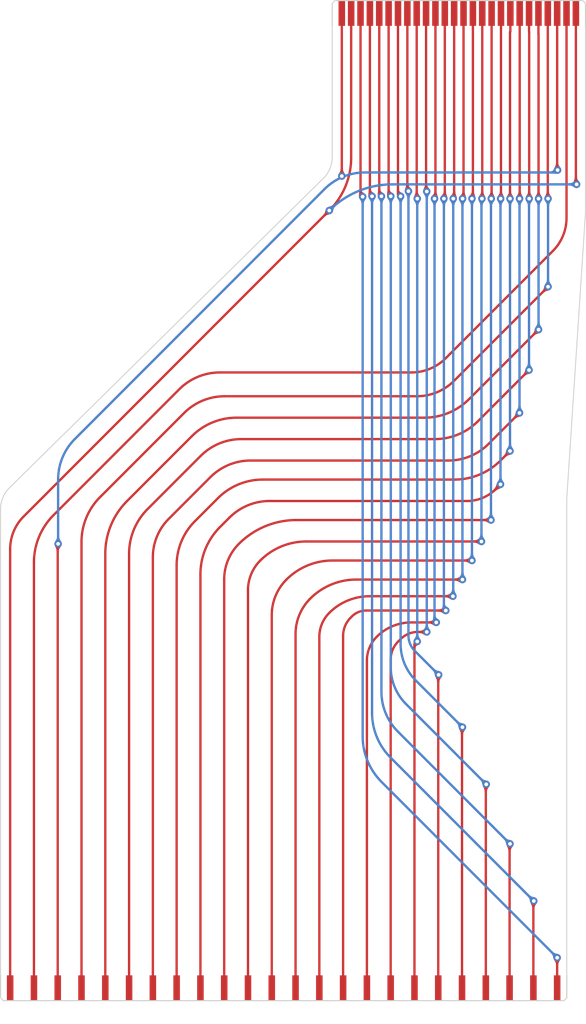
<source format=kicad_pcb>
(kicad_pcb (version 20211014) (generator pcbnew)
  (layers (0 "F.Cu" signal) (31 "B.Cu" signal) (34 "B.Paste" user) (35 "F.Paste" user) (36 "B.SilkS" user "B.Silkscreen") (37 "F.SilkS" user "F.Silkscreen") (38 "B.Mask" user) (39 "F.Mask" user) (44 "Edge.Cuts" user))
  (net 0 "")
  (net 1 "Net-(J2-Pad1)")
  (net 2 "Net-(J2-Pad2)")
  (net 3 "Net-(J2-Pad3)")
  (net 4 "Net-(J2-Pad4)")
  (net 5 "Net-(J2-Pad5)")
  (net 6 "Net-(J2-Pad6)")
  (net 7 "Net-(J2-Pad7)")
  (net 8 "Net-(J2-Pad8)")
  (net 9 "Net-(J2-Pad9)")
  (net 10 "Net-(J2-Pad10)")
  (net 11 "Net-(J2-Pad11)")
  (net 12 "Net-(J2-Pad12)")
  (net 13 "Net-(J2-Pad13)")
  (net 14 "Net-(J2-Pad14)")
  (net 15 "Net-(J1-Pad15)")
  (net 16 "Net-(J1-Pad16)")
  (net 17 "Net-(J1-Pad17)")
  (net 18 "Net-(J1-Pad18)")
  (net 19 "Net-(J1-Pad19)")
  (net 20 "Net-(J1-Pad20)")
  (net 21 "Net-(J1-Pad21)")
  (net 22 "Net-(J1-Pad22)")
  (net 23 "Net-(J1-Pad23)")
  (net 24 "Net-(J1-Pad24)")
  (footprint "Atari130MX:FPC Molex 1x26 P1mm Edge" (layer "F.Cu") (at 87.5 30)
    (fp_text reference "J2" hide)
    (fp_text value "Conn_01x26")
    (fp_line (start 13.525 -1.05) (end 13.525 1.35) (layer "Edge.Cuts") (width 0.12))
    (fp_line (start -13.525 -1.05) (end -13.525 1.35) (layer "Edge.Cuts") (width 0.12))
    (fp_line (start -13.225 -1.35) (end 13.225 -1.35) (layer "Edge.Cuts") (width 0.12))
    (fp_line (start 13.225 -1.35) (end 13.525 -1.05) (layer "Edge.Cuts") (width 0.12))
    (fp_line (start -13.225 -1.35) (end -13.525 -1.05) (layer "Edge.Cuts") (width 0.12))
  )
  (footprint "Atari130MX:FPC 1x24 P2.54mm Edge" (layer "F.Cu") (at 39.58 134)
    (fp_text reference "J1" hide)
    (fp_text value "Conn_01x24")
    (fp_line (start 59.145 1.35) (end 59.445 1.05) (layer "Edge.Cuts") (width 0.12))
    (fp_line (start 59.445 1.05) (end 59.445 -1.35) (layer "Edge.Cuts") (width 0.12))
    (fp_line (start -0.725 1.35) (end 59.145 1.35) (layer "Edge.Cuts") (width 0.12))
    (fp_line (start -0.725 1.35) (end -1.025 1.05) (layer "Edge.Cuts") (width 0.12))
    (fp_line (start -1.025 1.05) (end -1.025 -1.35) (layer "Edge.Cuts") (width 0.12))
  )
  (gr_line (start 73.975 45.212) (end 73.975 31.35) (layer "Edge.Cuts") (width 0.1))
  (gr_line (start 99.025 81.788) (end 99.025 132.65) (layer "Edge.Cuts") (width 0.1))
  (gr_arc (start 73.975 45.212) (mid 73.786887 46.435423) (end 73.152 47.498) (layer "Edge.Cuts") (width 0.1))
  (gr_arc (start 38.555 82.804) (mid 38.858409 81.552935) (end 39.624 80.518) (layer "Edge.Cuts") (width 0.1))
  (gr_line (start 39.624 80.518) (end 73.152 47.498) (layer "Edge.Cuts") (width 0.1))
  (gr_line (start 101.025 31.35) (end 101.025 51.308) (layer "Edge.Cuts") (width 0.1))
  (gr_line (start 38.555 132.65) (end 38.555 82.804) (layer "Edge.Cuts") (width 0.1))
  (gr_line (start 101.025 51.308) (end 99.025 81.788) (layer "Edge.Cuts") (width 0.1))
  (segment (start 76 45.412) (end 76 30) (width 0.25) (layer "F.Cu") (net 1))
  (segment (start 100 30) (end 100 48.184) (width 0.25) (layer "F.Cu") (net 1))
  (segment (start 41.021 83.693) (end 73.665133 51.048867) (width 0.25) (layer "F.Cu") (net 1))
  (segment (start 39.58 134) (end 39.58 87.171881) (width 0.25) (layer "F.Cu") (net 1))
  (segment (start 100 48.184) (end 100.076 48.26) (width 0.25) (layer "F.Cu") (net 1))
  (via (at 100.076 48.26) (size 0.8) (drill 0.4) (layers "F.Cu" "B.Cu") (net 1))
  (via (at 73.665133 51.048867) (size 0.8) (drill 0.4) (layers "F.Cu" "B.Cu") (net 1))
  (arc (start 39.58 87.171881) (mid 39.954504 85.289124) (end 41.021 83.693) (width 0.25) (layer "F.Cu") (net 1))
  (arc (start 73.665133 51.048867) (mid 75.393188 48.46265) (end 76 45.412) (width 0.25) (layer "F.Cu") (net 1))
  (segment (start 100.076 48.26) (end 80.398053 48.26) (width 0.25) (layer "B.Cu") (net 1))
  (arc (start 80.398053 48.26) (mid 76.754223 48.984803) (end 73.665133 51.048867) (width 0.25) (layer "B.Cu") (net 1))
  (segment (start 42.12 134) (end 42.12 88.602) (width 0.25) (layer "F.Cu") (net 2))
  (segment (start 44.213036 83.548964) (end 57.639948 70.122052) (width 0.25) (layer "F.Cu") (net 2))
  (segment (start 99 51.837592) (end 99 30) (width 0.25) (layer "F.Cu") (net 2))
  (segment (start 86.106 66.802) (end 97.536 55.372) (width 0.25) (layer "F.Cu") (net 2))
  (segment (start 61.976 68.326) (end 82.426739 68.326) (width 0.25) (layer "F.Cu") (net 2))
  (arc (start 42.12 88.602) (mid 42.663962 85.867317) (end 44.213036 83.548964) (width 0.25) (layer "F.Cu") (net 2))
  (arc (start 82.426739 68.326) (mid 84.417941 67.929926) (end 86.106 66.802) (width 0.25) (layer "F.Cu") (net 2))
  (arc (start 97.536 55.372) (mid 98.619518 53.7504) (end 99 51.837592) (width 0.25) (layer "F.Cu") (net 2))
  (arc (start 57.639948 70.122052) (mid 59.629345 68.792779) (end 61.976 68.326) (width 0.25) (layer "F.Cu") (net 2))
  (segment (start 44.66 134) (end 44.66 86.658) (width 0.25) (layer "F.Cu") (net 3))
  (segment (start 98 46.629775) (end 98 30) (width 0.25) (layer "F.Cu") (net 3))
  (segment (start 44.66 86.658) (end 44.704 86.614) (width 0.25) (layer "F.Cu") (net 3))
  (segment (start 75 30) (end 75 47.373018) (width 0.25) (layer "F.Cu") (net 3))
  (via (at 75.001823 47.377419) (size 0.8) (drill 0.4) (layers "F.Cu" "B.Cu") (net 3))
  (via (at 44.704 86.614) (size 0.8) (drill 0.4) (layers "F.Cu" "B.Cu") (net 3))
  (via (at 98.044 46.736) (size 0.8) (drill 0.4) (layers "F.Cu" "B.Cu") (net 3))
  (arc (start 75 47.373018) (mid 75.000474 47.375399) (end 75.001823 47.377419) (width 0.25) (layer "F.Cu") (net 3))
  (arc (start 98.044 46.736) (mid 98.011435 46.687264) (end 98 46.629775) (width 0.25) (layer "F.Cu") (net 3))
  (segment (start 46.482 75.438) (end 73.152 48.768) (width 0.25) (layer "B.Cu") (net 3))
  (segment (start 77.444471 46.99) (end 97.43079 46.99) (width 0.25) (layer "B.Cu") (net 3))
  (segment (start 44.704 86.614) (end 44.704 79.730471) (width 0.25) (layer "B.Cu") (net 3))
  (arc (start 73.152 48.768) (mid 75.121402 47.452087) (end 77.444471 46.99) (width 0.25) (layer "B.Cu") (net 3))
  (arc (start 44.704 79.730471) (mid 45.166087 77.407403) (end 46.482 75.438) (width 0.25) (layer "B.Cu") (net 3))
  (arc (start 97.43079 46.99) (mid 97.762657 46.923987) (end 98.044 46.736) (width 0.25) (layer "B.Cu") (net 3))
  (segment (start 49.175656 81.634343) (end 49.276 81.534) (width 0.25) (layer "F.Cu") (net 4))
  (segment (start 62.484 70.866) (end 83.009134 70.866) (width 0.25) (layer "F.Cu") (net 4))
  (segment (start 97.028 49.784) (end 97 49.756) (width 0.25) (layer "F.Cu") (net 4))
  (segment (start 47.2 134) (end 47.2 86.404) (width 0.25) (layer "F.Cu") (net 4))
  (segment (start 49.276 81.534) (end 58.147949 72.662051) (width 0.25) (layer "F.Cu") (net 4))
  (segment (start 97 49.756) (end 97 30) (width 0.25) (layer "F.Cu") (net 4))
  (segment (start 86.995 69.215) (end 97.028 59.182) (width 0.25) (layer "F.Cu") (net 4))
  (via (at 97.028 49.784) (size 0.8) (drill 0.4) (layers "F.Cu" "B.Cu") (net 4))
  (via (at 97.028 59.182) (size 0.8) (drill 0.4) (layers "F.Cu" "B.Cu") (net 4))
  (arc (start 47.2 86.404) (mid 47.713456 83.82268) (end 49.175656 81.634343) (width 0.25) (layer "F.Cu") (net 4))
  (arc (start 58.147949 72.662051) (mid 60.137346 71.332779) (end 62.484 70.866) (width 0.25) (layer "F.Cu") (net 4))
  (arc (start 83.009134 70.866) (mid 85.166269 70.436919) (end 86.995 69.215) (width 0.25) (layer "F.Cu") (net 4))
  (segment (start 97.028 59.182) (end 97.028 49.784) (width 0.25) (layer "B.Cu") (net 4))
  (segment (start 49.74 134) (end 49.74 87.667117) (width 0.25) (layer "F.Cu") (net 5))
  (segment (start 63.754 73.152) (end 83.82 73.152) (width 0.25) (layer "F.Cu") (net 5))
  (segment (start 96 32.246) (end 96 30) (width 0.25) (layer "F.Cu") (net 5))
  (segment (start 96.012 49.784) (end 96.012 32.258) (width 0.25) (layer "F.Cu") (net 5))
  (segment (start 96.012 32.258) (end 96 32.246) (width 0.25) (layer "F.Cu") (net 5))
  (segment (start 88.589657 71.176343) (end 96.012 63.754) (width 0.25) (layer "F.Cu") (net 5))
  (segment (start 52.07 82.042) (end 58.984344 75.127656) (width 0.25) (layer "F.Cu") (net 5))
  (via (at 96.012 49.784) (size 0.8) (drill 0.4) (layers "F.Cu" "B.Cu") (net 5))
  (via (at 96.012 63.754) (size 0.8) (drill 0.4) (layers "F.Cu" "B.Cu") (net 5))
  (arc (start 49.74 87.667117) (mid 50.345547 84.622826) (end 52.07 82.042) (width 0.25) (layer "F.Cu") (net 5))
  (arc (start 58.984344 75.127656) (mid 61.172681 73.665456) (end 63.754 73.152) (width 0.25) (layer "F.Cu") (net 5))
  (arc (start 83.82 73.152) (mid 86.40132 72.638544) (end 88.589657 71.176343) (width 0.25) (layer "F.Cu") (net 5))
  (segment (start 96.012 63.754) (end 96.012 49.784) (width 0.25) (layer "B.Cu") (net 5))
  (segment (start 95.012497 49.784) (end 95.012497 32.020497) (width 0.25) (layer "F.Cu") (net 6))
  (segment (start 89.535 73.533) (end 94.996 68.072) (width 0.25) (layer "F.Cu") (net 6))
  (segment (start 52.28 134) (end 52.28 87.674) (width 0.25) (layer "F.Cu") (net 6))
  (segment (start 95.012497 32.020497) (end 95 32.008) (width 0.25) (layer "F.Cu") (net 6))
  (segment (start 64.262 75.438) (end 84.935924 75.438) (width 0.25) (layer "F.Cu") (net 6))
  (segment (start 95 32.008) (end 95 30) (width 0.25) (layer "F.Cu") (net 6))
  (segment (start 54.255656 82.904343) (end 59.925948 77.234052) (width 0.25) (layer "F.Cu") (net 6))
  (via (at 94.996 68.072) (size 0.8) (drill 0.4) (layers "F.Cu" "B.Cu") (net 6))
  (via (at 95.012497 49.784) (size 0.8) (drill 0.4) (layers "F.Cu" "B.Cu") (net 6))
  (arc (start 59.925948 77.234052) (mid 61.915345 75.904779) (end 64.262 75.438) (width 0.25) (layer "F.Cu") (net 6))
  (arc (start 84.935924 75.438) (mid 87.424926 74.942907) (end 89.535 73.533) (width 0.25) (layer "F.Cu") (net 6))
  (arc (start 52.28 87.674) (mid 52.793456 85.09268) (end 54.255656 82.904343) (width 0.25) (layer "F.Cu") (net 6))
  (segment (start 94.996 68.072) (end 94.996 49.800497) (width 0.25) (layer "B.Cu") (net 6))
  (segment (start 94.996 49.800497) (end 95.012497 49.784) (width 0.25) (layer "B.Cu") (net 6))
  (segment (start 93.98 49.784) (end 94 49.764) (width 0.25) (layer "F.Cu") (net 7))
  (segment (start 54.82 134) (end 54.82 88.039091) (width 0.25) (layer "F.Cu") (net 7))
  (segment (start 56.515 83.947) (end 60.96 79.502) (width 0.25) (layer "F.Cu") (net 7))
  (segment (start 94 49.764) (end 94 30) (width 0.25) (layer "F.Cu") (net 7))
  (segment (start 90.678 75.946) (end 93.98 72.644) (width 0.25) (layer "F.Cu") (net 7))
  (segment (start 65.252471 77.724) (end 86.385529 77.724) (width 0.25) (layer "F.Cu") (net 7))
  (via (at 93.98 49.784) (size 0.8) (drill 0.4) (layers "F.Cu" "B.Cu") (net 7))
  (via (at 93.98 72.644) (size 0.8) (drill 0.4) (layers "F.Cu" "B.Cu") (net 7))
  (arc (start 86.385529 77.724) (mid 88.708597 77.261913) (end 90.678 75.946) (width 0.25) (layer "F.Cu") (net 7))
  (arc (start 60.96 79.502) (mid 62.929402 78.186087) (end 65.252471 77.724) (width 0.25) (layer "F.Cu") (net 7))
  (arc (start 54.82 88.039091) (mid 55.260516 85.824468) (end 56.515 83.947) (width 0.25) (layer "F.Cu") (net 7))
  (segment (start 93.98 72.644) (end 93.98 49.784) (width 0.25) (layer "B.Cu") (net 7))
  (segment (start 66.548 79.756) (end 87.042319 79.756) (width 0.25) (layer "F.Cu") (net 8))
  (segment (start 59.309 84.201) (end 61.778344 81.731656) (width 0.25) (layer "F.Cu") (net 8))
  (segment (start 57.36 134) (end 57.36 88.906302) (width 0.25) (layer "F.Cu") (net 8))
  (segment (start 92.964 32.004) (end 93 31.968) (width 0.25) (layer "F.Cu") (net 8))
  (segment (start 92.964 49.784) (end 92.964 32.004) (width 0.25) (layer "F.Cu") (net 8))
  (segment (start 91.948 77.724) (end 92.964 76.708) (width 0.25) (layer "F.Cu") (net 8))
  (segment (start 93 31.968) (end 93 30) (width 0.25) (layer "F.Cu") (net 8))
  (via (at 92.964 49.784) (size 0.8) (drill 0.4) (layers "F.Cu" "B.Cu") (net 8))
  (via (at 92.964 76.708) (size 0.8) (drill 0.4) (layers "F.Cu" "B.Cu") (net 8))
  (arc (start 87.042319 79.756) (mid 89.697254 79.2279) (end 91.948 77.724) (width 0.25) (layer "F.Cu") (net 8))
  (arc (start 57.36 88.906302) (mid 57.866529 86.359811) (end 59.309 84.201) (width 0.25) (layer "F.Cu") (net 8))
  (arc (start 61.778344 81.731656) (mid 63.966681 80.269456) (end 66.548 79.756) (width 0.25) (layer "F.Cu") (net 8))
  (segment (start 92.964 76.708) (end 92.964 49.784) (width 0.25) (layer "B.Cu") (net 8))
  (segment (start 92 49.748497) (end 92 30) (width 0.25) (layer "F.Cu") (net 9))
  (segment (start 61.993036 84.818964) (end 62.992 83.82) (width 0.25) (layer "F.Cu") (net 9))
  (segment (start 67.284471 82.042) (end 88.373949 82.042) (width 0.25) (layer "F.Cu") (net 9))
  (segment (start 59.9 134) (end 59.9 89.872) (width 0.25) (layer "F.Cu") (net 9))
  (segment (start 91.44 80.772) (end 91.948 80.264) (width 0.25) (layer "F.Cu") (net 9))
  (segment (start 91.964497 49.784) (end 92 49.748497) (width 0.25) (layer "F.Cu") (net 9))
  (via (at 91.948 80.264) (size 0.8) (drill 0.4) (layers "F.Cu" "B.Cu") (net 9))
  (via (at 91.964497 49.784) (size 0.8) (drill 0.4) (layers "F.Cu" "B.Cu") (net 9))
  (arc (start 62.992 83.82) (mid 64.961402 82.504087) (end 67.284471 82.042) (width 0.25) (layer "F.Cu") (net 9))
  (arc (start 88.373949 82.042) (mid 90.033284 81.711938) (end 91.44 80.772) (width 0.25) (layer "F.Cu") (net 9))
  (arc (start 59.9 89.872) (mid 60.443962 87.137317) (end 61.993036 84.818964) (width 0.25) (layer "F.Cu") (net 9))
  (segment (start 91.948 49.800497) (end 91.964497 49.784) (width 0.25) (layer "B.Cu") (net 9))
  (segment (start 91.948 80.264) (end 91.948 49.800497) (width 0.25) (layer "B.Cu") (net 9))
  (segment (start 70.140102 84.074) (end 90.932 84.074) (width 0.25) (layer "F.Cu") (net 10))
  (segment (start 90.964994 49.784) (end 91 49.748994) (width 0.25) (layer "F.Cu") (net 10))
  (segment (start 91 49.748994) (end 91 30) (width 0.25) (layer "F.Cu") (net 10))
  (segment (start 62.44 134) (end 62.44 90.399486) (width 0.25) (layer "F.Cu") (net 10))
  (via (at 90.964994 49.784) (size 0.8) (drill 0.4) (layers "F.Cu" "B.Cu") (net 10))
  (via (at 90.932 84.074) (size 0.8) (drill 0.4) (layers "F.Cu" "B.Cu") (net 10))
  (arc (start 64.008 86.614) (mid 66.821432 84.734125) (end 70.140102 84.074) (width 0.25) (layer "F.Cu") (net 10))
  (arc (start 62.44 90.399486) (mid 62.84751 88.350796) (end 64.008 86.614) (width 0.25) (layer "F.Cu") (net 10))
  (segment (start 90.932 49.816994) (end 90.964994 49.784) (width 0.25) (layer "B.Cu") (net 10))
  (segment (start 90.932 84.074) (end 90.932 49.816994) (width 0.25) (layer "B.Cu") (net 10))
  (segment (start 64.98 134) (end 64.98 91.564276) (width 0.25) (layer "F.Cu") (net 11))
  (segment (start 90 49.749491) (end 90 30) (width 0.25) (layer "F.Cu") (net 11))
  (segment (start 71.199681 86.36) (end 89.916 86.36) (width 0.25) (layer "F.Cu") (net 11))
  (segment (start 89.965491 49.784) (end 90 49.749491) (width 0.25) (layer "F.Cu") (net 11))
  (via (at 89.916 86.36) (size 0.8) (drill 0.4) (layers "F.Cu" "B.Cu") (net 11))
  (via (at 89.965491 49.784) (size 0.8) (drill 0.4) (layers "F.Cu" "B.Cu") (net 11))
  (arc (start 66.294 88.392) (mid 68.544745 86.8881) (end 71.199681 86.36) (width 0.25) (layer "F.Cu") (net 11))
  (arc (start 64.98 91.564276) (mid 65.321497 89.847453) (end 66.294 88.392) (width 0.25) (layer "F.Cu") (net 11))
  (segment (start 89.916 49.833491) (end 89.965491 49.784) (width 0.25) (layer "B.Cu") (net 11))
  (segment (start 89.916 86.36) (end 89.916 49.833491) (width 0.25) (layer "B.Cu") (net 11))
  (segment (start 88.9 49.784) (end 89 49.684) (width 0.25) (layer "F.Cu") (net 12))
  (segment (start 73.993681 88.392) (end 88.9 88.392) (width 0.25) (layer "F.Cu") (net 12))
  (segment (start 89 49.684) (end 89 30) (width 0.25) (layer "F.Cu") (net 12))
  (segment (start 67.52 134) (end 67.52 94.209486) (width 0.25) (layer "F.Cu") (net 12))
  (via (at 88.9 88.392) (size 0.8) (drill 0.4) (layers "F.Cu" "B.Cu") (net 12))
  (via (at 88.9 49.784) (size 0.8) (drill 0.4) (layers "F.Cu" "B.Cu") (net 12))
  (arc (start 69.088 90.424) (mid 71.338745 88.9201) (end 73.993681 88.392) (width 0.25) (layer "F.Cu") (net 12))
  (arc (start 67.52 94.209486) (mid 67.92751 92.160796) (end 69.088 90.424) (width 0.25) (layer "F.Cu") (net 12))
  (segment (start 88.9 88.392) (end 88.9 49.784) (width 0.25) (layer "B.Cu") (net 12))
  (segment (start 76.533681 90.424) (end 87.884 90.424) (width 0.25) (layer "F.Cu") (net 13))
  (segment (start 70.06 134) (end 70.06 96.241486) (width 0.25) (layer "F.Cu") (net 13))
  (segment (start 87.900497 49.784) (end 88 49.684497) (width 0.25) (layer "F.Cu") (net 13))
  (segment (start 88 49.684497) (end 88 30) (width 0.25) (layer "F.Cu") (net 13))
  (via (at 87.900497 49.784) (size 0.8) (drill 0.4) (layers "F.Cu" "B.Cu") (net 13))
  (via (at 87.884 90.424) (size 0.8) (drill 0.4) (layers "F.Cu" "B.Cu") (net 13))
  (arc (start 71.628 92.456) (mid 73.878745 90.9521) (end 76.533681 90.424) (width 0.25) (layer "F.Cu") (net 13))
  (arc (start 70.06 96.241486) (mid 70.46751 94.192796) (end 71.628 92.456) (width 0.25) (layer "F.Cu") (net 13))
  (segment (start 87.884 49.800497) (end 87.900497 49.784) (width 0.25) (layer "B.Cu") (net 13))
  (segment (start 87.884 90.424) (end 87.884 49.800497) (width 0.25) (layer "B.Cu") (net 13))
  (segment (start 87 49.684994) (end 86.900994 49.784) (width 0.25) (layer "F.Cu") (net 14))
  (segment (start 77.952471 92.202) (end 86.868 92.202) (width 0.25) (layer "F.Cu") (net 14))
  (segment (start 87 30) (end 87 49.684994) (width 0.25) (layer "F.Cu") (net 14))
  (segment (start 72.6 134) (end 72.6 96.539066) (width 0.25) (layer "F.Cu") (net 14))
  (via (at 86.868 92.202) (size 0.8) (drill 0.4) (layers "F.Cu" "B.Cu") (net 14))
  (via (at 86.900994 49.784) (size 0.8) (drill 0.4) (layers "F.Cu" "B.Cu") (net 14))
  (arc (start 73.66 93.98) (mid 75.629402 92.664087) (end 77.952471 92.202) (width 0.25) (layer "F.Cu") (net 14))
  (arc (start 72.6 96.539066) (mid 72.875485 95.15411) (end 73.66 93.98) (width 0.25) (layer "F.Cu") (net 14))
  (segment (start 86.900994 49.784) (end 86.900994 92.169006) (width 0.25) (layer "B.Cu") (net 14))
  (segment (start 86.900994 92.169006) (end 86.868 92.202) (width 0.25) (layer "B.Cu") (net 14))
  (segment (start 86 30) (end 86 49.685491) (width 0.25) (layer "F.Cu") (net 15))
  (segment (start 75.946 94.488) (end 76.073 94.361) (width 0.25) (layer "F.Cu") (net 15))
  (segment (start 77.606025 93.726) (end 86.106 93.726) (width 0.25) (layer "F.Cu") (net 15))
  (segment (start 75.14 134) (end 75.14 96.433856) (width 0.25) (layer "F.Cu") (net 15))
  (segment (start 86 49.685491) (end 85.901491 49.784) (width 0.25) (layer "F.Cu") (net 15))
  (via (at 85.901491 49.784) (size 0.8) (drill 0.4) (layers "F.Cu" "B.Cu") (net 15))
  (via (at 86.106 93.726) (size 0.8) (drill 0.4) (layers "F.Cu" "B.Cu") (net 15))
  (arc (start 75.14 96.433856) (mid 75.349472 95.380767) (end 75.946 94.488) (width 0.25) (layer "F.Cu") (net 15))
  (arc (start 76.073 94.361) (mid 76.776358 93.891031) (end 77.606025 93.726) (width 0.25) (layer "F.Cu") (net 15))
  (segment (start 85.901491 93.521491) (end 86.106 93.726) (width 0.25) (layer "B.Cu") (net 15))
  (segment (start 85.901491 49.784) (end 85.901491 93.521491) (width 0.25) (layer "B.Cu") (net 15))
  (segment (start 77.68 134) (end 77.68 99.079066) (width 0.25) (layer "F.Cu") (net 16))
  (segment (start 85 30) (end 85 49.685988) (width 0.25) (layer "F.Cu") (net 16))
  (segment (start 82.419261 94.996) (end 85.09 94.996) (width 0.25) (layer "F.Cu") (net 16))
  (segment (start 85 49.685988) (end 84.901988 49.784) (width 0.25) (layer "F.Cu") (net 16))
  (via (at 84.901988 49.784) (size 0.8) (drill 0.4) (layers "F.Cu" "B.Cu") (net 16))
  (via (at 85.09 94.996) (size 0.8) (drill 0.4) (layers "F.Cu" "B.Cu") (net 16))
  (arc (start 77.68 99.079066) (mid 77.955485 97.69411) (end 78.74 96.52) (width 0.25) (layer "F.Cu") (net 16))
  (arc (start 78.74 96.52) (mid 80.428059 95.392075) (end 82.419261 94.996) (width 0.25) (layer "F.Cu") (net 16))
  (segment (start 84.901988 49.784) (end 84.901988 94.807988) (width 0.25) (layer "B.Cu") (net 16))
  (segment (start 84.901988 94.807988) (end 85.09 94.996) (width 0.25) (layer "B.Cu") (net 16))
  (segment (start 80.22 134) (end 80.22 98.973856) (width 0.25) (layer "F.Cu") (net 17))
  (segment (start 83.11963 96.012) (end 84.074 96.012) (width 0.25) (layer "F.Cu") (net 17))
  (segment (start 84.074 49.022) (end 84 48.948) (width 0.25) (layer "F.Cu") (net 17))
  (segment (start 84 48.948) (end 84 30) (width 0.25) (layer "F.Cu") (net 17))
  (segment (start 81.026 97.028) (end 81.28 96.774) (width 0.25) (layer "F.Cu") (net 17))
  (via (at 84.074 96.012) (size 0.8) (drill 0.4) (layers "F.Cu" "B.Cu") (net 17))
  (via (at 84.074 49.022) (size 0.8) (drill 0.4) (layers "F.Cu" "B.Cu") (net 17))
  (arc (start 80.22 98.973856) (mid 80.429472 97.920767) (end 81.026 97.028) (width 0.25) (layer "F.Cu") (net 17))
  (arc (start 81.28 96.774) (mid 82.12403 96.210037) (end 83.11963 96.012) (width 0.25) (layer "F.Cu") (net 17))
  (segment (start 84.074 96.012) (end 84.074 49.022) (width 0.25) (layer "B.Cu") (net 17))
  (segment (start 82.76 97.326) (end 82.76 134) (width 0.25) (layer "F.Cu") (net 18))
  (segment (start 83 30) (end 83 49.726) (width 0.25) (layer "F.Cu") (net 18))
  (segment (start 83.058 97.028) (end 82.76 97.326) (width 0.25) (layer "F.Cu") (net 18))
  (segment (start 83 49.726) (end 83.058 49.784) (width 0.25) (layer "F.Cu") (net 18))
  (via (at 83.058 49.784) (size 0.8) (drill 0.4) (layers "F.Cu" "B.Cu") (net 18))
  (via (at 83.058 97.028) (size 0.8) (drill 0.4) (layers "F.Cu" "B.Cu") (net 18))
  (segment (start 83.058 49.784) (end 83.058 97.028) (width 0.25) (layer "B.Cu") (net 18))
  (segment (start 82 48.866985) (end 82.117515 48.9845) (width 0.25) (layer "F.Cu") (net 19))
  (segment (start 82 30) (end 82 48.866985) (width 0.25) (layer "F.Cu") (net 19))
  (segment (start 85.3 100.628) (end 85.3 134) (width 0.25) (layer "F.Cu") (net 19))
  (segment (start 85.344 100.584) (end 85.3 100.628) (width 0.25) (layer "F.Cu") (net 19))
  (via (at 82.117515 48.9845) (size 0.8) (drill 0.4) (layers "F.Cu" "B.Cu") (net 19))
  (via (at 85.344 100.584) (size 0.8) (drill 0.4) (layers "F.Cu" "B.Cu") (net 19))
  (segment (start 82.117515 48.9845) (end 82.117515 96.386679) (width 0.25) (layer "B.Cu") (net 19))
  (segment (start 82.804 98.044) (end 85.344 100.584) (width 0.25) (layer "B.Cu") (net 19))
  (arc (start 82.117515 96.386679) (mid 82.295927 97.283614) (end 82.804 98.044) (width 0.25) (layer "B.Cu") (net 19))
  (segment (start 81 49.25) (end 81.28 49.53) (width 0.25) (layer "F.Cu") (net 20))
  (segment (start 81 30) (end 81 49.25) (width 0.25) (layer "F.Cu") (net 20))
  (segment (start 87.84 106.216) (end 87.84 134) (width 0.25) (layer "F.Cu") (net 20))
  (segment (start 87.884 106.172) (end 87.84 106.216) (width 0.25) (layer "F.Cu") (net 20))
  (via (at 87.884 106.172) (size 0.8) (drill 0.4) (layers "F.Cu" "B.Cu") (net 20))
  (via (at 81.28 49.53) (size 0.8) (drill 0.4) (layers "F.Cu" "B.Cu") (net 20))
  (segment (start 87.884 106.172) (end 82.896447 101.184447) (width 0.25) (layer "B.Cu") (net 20))
  (segment (start 81.28 97.282) (end 81.28 49.53) (width 0.25) (layer "B.Cu") (net 20))
  (arc (start 82.896447 101.184447) (mid 81.700101 99.393989) (end 81.28 97.282) (width 0.25) (layer "B.Cu") (net 20))
  (segment (start 90.38 112.312) (end 90.38 134) (width 0.25) (layer "F.Cu") (net 21))
  (segment (start 90.424 112.268) (end 90.38 112.312) (width 0.25) (layer "F.Cu") (net 21))
  (segment (start 80 49.298994) (end 80.231006 49.53) (width 0.25) (layer "F.Cu") (net 21))
  (segment (start 80 30) (end 80 49.298994) (width 0.25) (layer "F.Cu") (net 21))
  (via (at 80.231006 49.53) (size 0.8) (drill 0.4) (layers "F.Cu" "B.Cu") (net 21))
  (via (at 90.424 112.268) (size 0.8) (drill 0.4) (layers "F.Cu" "B.Cu") (net 21))
  (segment (start 90.424 112.268) (end 81.847453 103.691453) (width 0.25) (layer "B.Cu") (net 21))
  (segment (start 80.231006 99.789006) (end 80.231006 49.53) (width 0.25) (layer "B.Cu") (net 21))
  (arc (start 81.847453 103.691453) (mid 80.651107 101.900995) (end 80.231006 99.789006) (width 0.25) (layer "B.Cu") (net 21))
  (segment (start 92.964 118.618) (end 92.92 118.662) (width 0.25) (layer "F.Cu") (net 22))
  (segment (start 92.92 118.662) (end 92.92 134) (width 0.25) (layer "F.Cu") (net 22))
  (segment (start 79 49.298497) (end 79.231503 49.53) (width 0.25) (layer "F.Cu") (net 22))
  (segment (start 79 30) (end 79 49.298497) (width 0.25) (layer "F.Cu") (net 22))
  (via (at 79.231503 49.53) (size 0.8) (drill 0.4) (layers "F.Cu" "B.Cu") (net 22))
  (via (at 92.964 118.618) (size 0.8) (drill 0.4) (layers "F.Cu" "B.Cu") (net 22))
  (segment (start 79.231503 102.378497) (end 79.231503 49.53) (width 0.25) (layer "B.Cu") (net 22))
  (segment (start 92.964 118.618) (end 81.004224 106.658224) (width 0.25) (layer "B.Cu") (net 22))
  (arc (start 81.004224 106.658224) (mid 79.692218 104.694669) (end 79.231503 102.378497) (width 0.25) (layer "B.Cu") (net 22))
  (segment (start 95.504 124.714) (end 95.46 124.758) (width 0.25) (layer "F.Cu") (net 23))
  (segment (start 95.46 124.758) (end 95.46 134) (width 0.25) (layer "F.Cu") (net 23))
  (segment (start 78 49.298) (end 78.232 49.53) (width 0.25) (layer "F.Cu") (net 23))
  (segment (start 78 30) (end 78 49.298) (width 0.25) (layer "F.Cu") (net 23))
  (via (at 78.232 49.53) (size 0.8) (drill 0.4) (layers "F.Cu" "B.Cu") (net 23))
  (via (at 95.504 124.714) (size 0.8) (drill 0.4) (layers "F.Cu" "B.Cu") (net 23))
  (segment (start 78.232 104.648) (end 78.232 49.53) (width 0.25) (layer "B.Cu") (net 23))
  (segment (start 95.504 124.714) (end 80.207657 109.417657) (width 0.25) (layer "B.Cu") (net 23))
  (arc (start 80.207657 109.417657) (mid 78.745456 107.22932) (end 78.232 104.648) (width 0.25) (layer "B.Cu") (net 23))
  (segment (start 77 30) (end 77 49.346415) (width 0.25) (layer "F.Cu") (net 24))
  (segment (start 98 130.766) (end 98 134) (width 0.25) (layer "F.Cu") (net 24))
  (segment (start 77 49.346415) (end 77.228761 49.575176) (width 0.25) (layer "F.Cu") (net 24))
  (via (at 77.228761 49.575176) (size 0.8) (drill 0.4) (layers "F.Cu" "B.Cu") (net 24))
  (via (at 98 130.766) (size 0.8) (drill 0.4) (layers "F.Cu" "B.Cu") (net 24))
  (segment (start 77.228761 107.139126) (end 77.228761 49.575176) (width 0.25) (layer "B.Cu") (net 24))
  (segment (start 98 130.766) (end 79.248 112.014) (width 0.25) (layer "B.Cu") (net 24))
  (arc (start 79.248 112.014) (mid 77.753544 109.777389) (end 77.228761 107.139126) (width 0.25) (layer "B.Cu") (net 24))
  (zone (net 23) (net_name "Net-(J1-Pad23)") (layer "F.Cu") (priority 16962) (connect_pads yes (clearance 0)) (min_thickness 0.0254) (fill yes (thermal_gap 0.508) (thermal_bridge_width 0.508))
    (polygon (pts (xy 95.585 125.518) (xy 95.588271 125.429315) (xy 95.597779 125.354968) (xy 95.613061 125.29204) (xy 95.633658 125.237616) (xy 95.659107 125.188778) (xy 95.688948 125.14261) (xy 95.722719 125.096196) (xy 95.75996 125.046619) (xy 95.800209 124.990961) (xy 95.843006 124.926308) (xy 95.525654 124.515176) (xy 95.127239 124.848353) (xy 95.157507 124.926205) (xy 95.187485 124.992695) (xy 95.216489 125.051177) (xy 95.243839 125.105003) (xy 95.268852 125.157527) (xy 95.290847 125.212104) (xy 95.309141 125.272086) (xy 95.323052 125.340827) (xy 95.331899 125.42168) (xy 95.335 125.518)))
  )
  (zone (net 11) (net_name "Net-(J2-Pad11)") (layer "F.Cu") (priority 16962) (connect_pads yes (clearance 0)) (min_thickness 0.0254) (fill yes (thermal_gap 0.508) (thermal_bridge_width 0.508))
    (polygon (pts (xy 89.875 48.979491) (xy 89.871744 49.068989) (xy 89.862298 49.144021) (xy 89.847142 49.207553) (xy 89.826759 49.262556) (xy 89.801628 49.311996) (xy 89.772232 49.358844) (xy 89.739051 49.406067) (xy 89.702567 49.456634) (xy 89.663261 49.513514) (xy 89.621615 49.579675) (xy 89.948491 49.983276) (xy 90.339008 49.640876) (xy 90.30719 49.564345) (xy 90.275941 49.498955) (xy 90.245914 49.441395) (xy 90.217766 49.388353) (xy 90.19215 49.336516) (xy 90.169723 49.282572) (xy 90.151139 49.22321) (xy 90.137054 49.155117) (xy 90.128122 49.074981) (xy 90.125 48.979491)))
  )
  (zone (net 19) (net_name "Net-(J1-Pad19)") (layer "F.Cu") (priority 16962) (connect_pads yes (clearance 0)) (min_thickness 0.0254) (fill yes (thermal_gap 0.508) (thermal_bridge_width 0.508))
    (polygon (pts (xy 85.425 101.388) (xy 85.428271 101.299315) (xy 85.437779 101.224968) (xy 85.453061 101.16204) (xy 85.473658 101.107616) (xy 85.499107 101.058778) (xy 85.528948 101.01261) (xy 85.562719 100.966196) (xy 85.59996 100.916619) (xy 85.640209 100.860961) (xy 85.683006 100.796308) (xy 85.365654 100.385176) (xy 84.967239 100.718353) (xy 84.997507 100.796205) (xy 85.027485 100.862695) (xy 85.056489 100.921177) (xy 85.083839 100.975003) (xy 85.108852 101.027527) (xy 85.130847 101.082104) (xy 85.149141 101.142086) (xy 85.163052 101.210827) (xy 85.171899 101.29168) (xy 85.175 101.388)))
  )
  (zone (net 4) (net_name "Net-(J2-Pad4)") (layer "F.Cu") (priority 16962) (connect_pads yes (clearance 0)) (min_thickness 0.0254) (fill yes (thermal_gap 0.508) (thermal_bridge_width 0.508))
    (polygon (pts (xy 96.557775 59.829002) (xy 96.62405 59.767346) (xy 96.684262 59.720415) (xy 96.740175 59.685583) (xy 96.79355 59.660222) (xy 96.846153 59.641706) (xy 96.899745 59.627407) (xy 96.956089 59.614699) (xy 97.016949 59.600953) (xy 97.084088 59.583545) (xy 97.15927 59.559846) (xy 97.169421 59.040579) (xy 96.650154 59.05073) (xy 96.626454 59.125911) (xy 96.609046 59.19305) (xy 96.5953 59.25391) (xy 96.582592 59.310254) (xy 96.568293 59.363846) (xy 96.549777 59.416449) (xy 96.524416 59.469824) (xy 96.489584 59.525737) (xy 96.442653 59.585949) (xy 96.380998 59.652225)))
  )
  (zone (net 10) (net_name "Net-(J2-Pad10)") (layer "F.Cu") (priority 16962) (connect_pads yes (clearance 0)) (min_thickness 0.0254) (fill yes (thermal_gap 0.508) (thermal_bridge_width 0.508))
    (polygon (pts (xy 90.875 48.978994) (xy 90.871745 49.068523) (xy 90.8623 49.143583) (xy 90.847143 49.207142) (xy 90.826754 49.262168) (xy 90.801611 49.311626) (xy 90.772192 49.358486) (xy 90.738978 49.405715) (xy 90.702446 49.456281) (xy 90.663076 49.51315) (xy 90.621346 49.579292) (xy 90.947772 49.983257) (xy 91.33867 49.641293) (xy 91.306909 49.564643) (xy 91.275712 49.499151) (xy 91.245734 49.4415) (xy 91.21763 49.388375) (xy 91.192053 49.336461) (xy 91.169659 49.28244) (xy 91.151103 49.222999) (xy 91.137037 49.154821) (xy 91.128118 49.074591) (xy 91.125 48.978994)))
  )
  (zone (net 16) (net_name "Net-(J1-Pad16)") (layer "F.Cu") (priority 16962) (connect_pads yes (clearance 0)) (min_thickness 0.0254) (fill yes (thermal_gap 0.508) (thermal_bridge_width 0.508))
    (polygon (pts (xy 84.3 95.121) (xy 84.390461 95.124266) (xy 84.466222 95.133658) (xy 84.530389 95.148564) (xy 84.586064 95.168374) (xy 84.636352 95.192476) (xy 84.684359 95.220261) (xy 84.733187 95.251116) (xy 84.785941 95.284432) (xy 84.845725 95.319596) (xy 84.915645 95.356) (xy 85.29 94.996) (xy 84.915645 94.636) (xy 84.845725 94.672403) (xy 84.785941 94.707567) (xy 84.733187 94.740883) (xy 84.684359 94.771738) (xy 84.636352 94.799523) (xy 84.586064 94.823625) (xy 84.530389 94.843435) (xy 84.466222 94.858341) (xy 84.390461 94.867733) (xy 84.3 94.871)))
  )
  (zone (net 5) (net_name "Net-(J2-Pad5)") (layer "F.Cu") (priority 16962) (connect_pads yes (clearance 0)) (min_thickness 0.0254) (fill yes (thermal_gap 0.508) (thermal_bridge_width 0.508))
    (polygon (pts (xy 95.541775 64.401002) (xy 95.60805 64.339346) (xy 95.668262 64.292415) (xy 95.724175 64.257583) (xy 95.77755 64.232222) (xy 95.830153 64.213706) (xy 95.883745 64.199407) (xy 95.940089 64.186699) (xy 96.000949 64.172953) (xy 96.068088 64.155545) (xy 96.14327 64.131846) (xy 96.153421 63.612579) (xy 95.634154 63.62273) (xy 95.610454 63.697911) (xy 95.593046 63.76505) (xy 95.5793 63.82591) (xy 95.566592 63.882254) (xy 95.552293 63.935846) (xy 95.533777 63.988449) (xy 95.508416 64.041824) (xy 95.473584 64.097737) (xy 95.426653 64.157949) (xy 95.364998 64.224225)))
  )
  (zone (net 24) (net_name "Net-(J1-Pad24)") (layer "F.Cu") (priority 16962) (connect_pads yes (clearance 0)) (min_thickness 0.0254) (fill yes (thermal_gap 0.508) (thermal_bridge_width 0.508))
    (polygon (pts (xy 76.875 48.846415) (xy 76.873705 48.947118) (xy 76.870191 49.032457) (xy 76.865012 49.105873) (xy 76.858723 49.17081) (xy 76.85188 49.23071) (xy 76.845037 49.289018) (xy 76.838748 49.349175) (xy 76.833569 49.414625) (xy 76.830055 49.488811) (xy 76.828761 49.575176) (xy 77.342993 49.739343) (xy 77.424677 49.22644) (xy 77.372476 49.197721) (xy 77.324281 49.171255) (xy 77.280441 49.145424) (xy 77.241307 49.118608) (xy 77.207231 49.08919) (xy 77.178564 49.055551) (xy 77.155656 49.016073) (xy 77.138859 48.969136) (xy 77.128523 48.913123) (xy 77.125 48.846415)))
  )
  (zone (net 3) (net_name "Net-(J2-Pad3)") (layer "F.Cu") (priority 16962) (connect_pads yes (clearance 0)) (min_thickness 0.0254) (fill yes (thermal_gap 0.508) (thermal_bridge_width 0.508))
    (polygon (pts (xy 97.875 45.929775) (xy 97.871913 46.026361) (xy 97.863102 46.107451) (xy 97.849241 46.176405) (xy 97.831001 46.236582) (xy 97.809056 46.29134) (xy 97.78408 46.344038) (xy 97.756744 46.398037) (xy 97.727724 46.456695) (xy 97.69769 46.523371) (xy 97.667318 46.601425) (xy 98.065536 46.934837) (xy 98.383131 46.523892) (xy 98.340239 46.458979) (xy 98.299927 46.403088) (xy 98.262651 46.353293) (xy 98.228866 46.306669) (xy 98.199028 46.260294) (xy 98.173593 46.211241) (xy 98.153017 46.156587) (xy 98.137756 46.093408) (xy 98.128265 46.018778) (xy 98.125 45.929775)))
  )
  (zone (net 22) (net_name "Net-(J1-Pad22)") (layer "F.Cu") (priority 16962) (connect_pads yes (clearance 0)) (min_thickness 0.0254) (fill yes (thermal_gap 0.508) (thermal_bridge_width 0.508))
    (polygon (pts (xy 78.875 48.798497) (xy 78.873782 48.899559) (xy 78.870476 48.985212) (xy 78.865604 49.058906) (xy 78.859689 49.124096) (xy 78.853251 49.184233) (xy 78.846813 49.242772) (xy 78.840898 49.303165) (xy 78.836026 49.368866) (xy 78.83272 49.443326) (xy 78.831503 49.53) (xy 79.346013 49.693973) (xy 79.426828 49.180933) (xy 79.374233 49.152101) (xy 79.325681 49.125511) (xy 79.281521 49.099539) (xy 79.242108 49.072558) (xy 79.207792 49.042945) (xy 79.178925 49.009073) (xy 79.155861 48.969317) (xy 79.13895 48.922053) (xy 79.128546 48.865654) (xy 79.125 48.798497)))
  )
  (zone (net 13) (net_name "Net-(J2-Pad13)") (layer "F.Cu") (priority 16962) (connect_pads yes (clearance 0)) (min_thickness 0.0254) (fill yes (thermal_gap 0.508) (thermal_bridge_width 0.508))
    (polygon (pts (xy 87.875 48.994497) (xy 87.871626 49.077077) (xy 87.861761 49.14629) (xy 87.845785 49.204695) (xy 87.824079 49.254853) (xy 87.797024 49.299323) (xy 87.765001 49.340666) (xy 87.728391 49.381441) (xy 87.687576 49.42421) (xy 87.642937 49.471531) (xy 87.594854 49.525965) (xy 87.850995 49.977776) (xy 88.29245 49.704174) (xy 88.272652 49.619962) (xy 88.25116 49.548138) (xy 88.228861 49.485159) (xy 88.206648 49.427484) (xy 88.185409 49.371572) (xy 88.166036 49.31388) (xy 88.149418 49.250869) (xy 88.136446 49.178995) (xy 88.128009 49.094718) (xy 88.125 48.994497)))
  )
  (zone (net 5) (net_name "Net-(J2-Pad5)") (layer "F.Cu") (priority 16962) (connect_pads yes (clearance 0)) (min_thickness 0.0254) (fill yes (thermal_gap 0.508) (thermal_bridge_width 0.508))
    (polygon (pts (xy 95.887 48.994) (xy 95.883733 49.084461) (xy 95.874341 49.160222) (xy 95.859435 49.224389) (xy 95.839625 49.280064) (xy 95.815523 49.330352) (xy 95.787738 49.378359) (xy 95.756883 49.427187) (xy 95.723567 49.479941) (xy 95.688403 49.539725) (xy 95.652 49.609645) (xy 96.012 49.984) (xy 96.372 49.609645) (xy 96.335596 49.539725) (xy 96.300432 49.479941) (xy 96.267116 49.427187) (xy 96.236261 49.378359) (xy 96.208476 49.330352) (xy 96.184374 49.280064) (xy 96.164564 49.224389) (xy 96.149658 49.160222) (xy 96.140266 49.084461) (xy 96.137 48.994)))
  )
  (zone (net 3) (net_name "Net-(J2-Pad3)") (layer "F.Cu") (priority 16962) (connect_pads yes (clearance 0)) (min_thickness 0.0254) (fill yes (thermal_gap 0.508) (thermal_bridge_width 0.508))
    (polygon (pts (xy 74.875 46.583018) (xy 74.871757 46.674223) (xy 74.862429 46.75064) (xy 74.847619 46.815394) (xy 74.827929 46.871612) (xy 74.803961 46.92242) (xy 74.776317 46.970944) (xy 74.745598 47.020311) (xy 74.712408 47.073646) (xy 74.677348 47.134077) (xy 74.641021 47.204729) (xy 75.002747 47.577416) (xy 75.361013 47.201401) (xy 75.324163 47.13131) (xy 75.288679 47.071341) (xy 75.255152 47.018385) (xy 75.224174 46.969334) (xy 75.196338 46.921081) (xy 75.172235 46.870518) (xy 75.152458 46.814538) (xy 75.137598 46.750033) (xy 75.128248 46.673895) (xy 75.125 46.583018)))
  )
  (zone (net 17) (net_name "Net-(J1-Pad17)") (layer "F.Cu") (priority 16962) (connect_pads yes (clearance 0)) (min_thickness 0.0254) (fill yes (thermal_gap 0.508) (thermal_bridge_width 0.508))
    (polygon (pts (xy 83.284 96.137) (xy 83.374461 96.140266) (xy 83.450222 96.149658) (xy 83.514389 96.164564) (xy 83.570064 96.184374) (xy 83.620352 96.208476) (xy 83.668359 96.236261) (xy 83.717187 96.267116) (xy 83.769941 96.300432) (xy 83.829725 96.335596) (xy 83.899645 96.372) (xy 84.274 96.012) (xy 83.899645 95.652) (xy 83.829725 95.688403) (xy 83.769941 95.723567) (xy 83.717187 95.756883) (xy 83.668359 95.787738) (xy 83.620352 95.815523) (xy 83.570064 95.839625) (xy 83.514389 95.859435) (xy 83.450222 95.874341) (xy 83.374461 95.883733) (xy 83.284 95.887)))
  )
  (zone (net 9) (net_name "Net-(J2-Pad9)") (layer "F.Cu") (priority 16962) (connect_pads yes (clearance 0)) (min_thickness 0.0254) (fill yes (thermal_gap 0.508) (thermal_bridge_width 0.508))
    (polygon (pts (xy 91.224406 81.137573) (xy 91.329932 81.050716) (xy 91.420973 80.978086) (xy 91.50129 80.917456) (xy 91.574645 80.866597) (xy 91.644801 80.82328) (xy 91.715519 80.785277) (xy 91.790563 80.750361) (xy 91.873695 80.716302) (xy 91.968676 80.680873) (xy 92.07927 80.641846) (xy 92.089421 80.122579) (xy 91.570154 80.13273) (xy 91.533331 80.241079) (xy 91.50139 80.336195) (xy 91.471357 80.420782) (xy 91.440255 80.497544) (xy 91.405113 80.569186) (xy 91.362954 80.638413) (xy 91.310804 80.70793) (xy 91.245689 80.780441) (xy 91.164634 80.858651) (xy 91.064666 80.945265)))
  )
  (zone (net 21) (net_name "Net-(J1-Pad21)") (layer "F.Cu") (priority 16962) (connect_pads yes (clearance 0)) (min_thickness 0.0254) (fill yes (thermal_gap 0.508) (thermal_bridge_width 0.508))
    (polygon (pts (xy 79.875 48.798994) (xy 79.873768 48.899991) (xy 79.870424 48.985586) (xy 79.865497 49.05923) (xy 79.859514 49.124374) (xy 79.853003 49.184469) (xy 79.846491 49.242966) (xy 79.840508 49.303317) (xy 79.835581 49.368971) (xy 79.832237 49.443382) (xy 79.831006 49.53) (xy 80.345466 49.694008) (xy 80.426437 49.180993) (xy 80.373914 49.152181) (xy 80.325426 49.125614) (xy 80.281325 49.099667) (xy 80.241962 49.072717) (xy 80.20769 49.043139) (xy 80.17886 49.009309) (xy 80.155824 48.969603) (xy 80.138934 48.922398) (xy 80.128542 48.86607) (xy 80.125 48.798994)))
  )
  (zone (net 8) (net_name "Net-(J2-Pad8)") (layer "F.Cu") (priority 16962) (connect_pads yes (clearance 0)) (min_thickness 0.0254) (fill yes (thermal_gap 0.508) (thermal_bridge_width 0.508))
    (polygon (pts (xy 92.839 48.994) (xy 92.835733 49.084461) (xy 92.826341 49.160222) (xy 92.811435 49.224389) (xy 92.791625 49.280064) (xy 92.767523 49.330352) (xy 92.739738 49.378359) (xy 92.708883 49.427187) (xy 92.675567 49.479941) (xy 92.640403 49.539725) (xy 92.604 49.609645) (xy 92.964 49.984) (xy 93.324 49.609645) (xy 93.287596 49.539725) (xy 93.252432 49.479941) (xy 93.219116 49.427187) (xy 93.188261 49.378359) (xy 93.160476 49.330352) (xy 93.136374 49.280064) (xy 93.116564 49.224389) (xy 93.101658 49.160222) (xy 93.092266 49.084461) (xy 93.089 48.994)))
  )
  (zone (net 22) (net_name "Net-(J1-Pad22)") (layer "F.Cu") (priority 16962) (connect_pads yes (clearance 0)) (min_thickness 0.0254) (fill yes (thermal_gap 0.508) (thermal_bridge_width 0.508))
    (polygon (pts (xy 93.045 119.422) (xy 93.048271 119.333315) (xy 93.057779 119.258968) (xy 93.073061 119.19604) (xy 93.093658 119.141616) (xy 93.119107 119.092778) (xy 93.148948 119.04661) (xy 93.182719 119.000196) (xy 93.21996 118.950619) (xy 93.260209 118.894961) (xy 93.303006 118.830308) (xy 92.985654 118.419176) (xy 92.587239 118.752353) (xy 92.617507 118.830205) (xy 92.647485 118.896695) (xy 92.676489 118.955177) (xy 92.703839 119.009003) (xy 92.728852 119.061527) (xy 92.750847 119.116104) (xy 92.769141 119.176086) (xy 92.783052 119.244827) (xy 92.791899 119.32568) (xy 92.795 119.422)))
  )
  (zone (net 20) (net_name "Net-(J1-Pad20)") (layer "F.Cu") (priority 16962) (connect_pads yes (clearance 0)) (min_thickness 0.0254) (fill yes (thermal_gap 0.508) (thermal_bridge_width 0.508))
    (polygon (pts (xy 80.875 48.84) (xy 80.87514 48.935196) (xy 80.87552 49.01594) (xy 80.876079 49.085466) (xy 80.87676 49.147014) (xy 80.8775 49.203818) (xy 80.87824 49.259117) (xy 80.87892 49.316148) (xy 80.87948 49.378147) (xy 80.87986 49.448352) (xy 80.88 49.53) (xy 81.418918 49.67388) (xy 81.417877 49.154515) (xy 81.367789 49.136129) (xy 81.321226 49.118128) (xy 81.278599 49.099279) (xy 81.240319 49.078348) (xy 81.206798 49.054102) (xy 81.178449 49.025309) (xy 81.155683 48.990735) (xy 81.138911 48.949147) (xy 81.128546 48.899313) (xy 81.125 48.84)))
  )
  (zone (net 1) (net_name "Net-(J2-Pad1)") (layer "F.Cu") (priority 16962) (connect_pads yes (clearance 0)) (min_thickness 0.0254) (fill yes (thermal_gap 0.508) (thermal_bridge_width 0.508))
    (polygon (pts (xy 99.875 47.464) (xy 99.871946 47.562519) (xy 99.863318 47.645287) (xy 99.849915 47.715772) (xy 99.832538 47.777443) (xy 99.811986 47.833768) (xy 99.789058 47.888218) (xy 99.764555 47.944259) (xy 99.739276 48.00536) (xy 99.714021 48.074992) (xy 99.68959 48.156622) (xy 100.113695 48.456415) (xy 100.396685 48.020917) (xy 100.350623 47.962108) (xy 100.307661 47.911232) (xy 100.268213 47.865572) (xy 100.232688 47.822415) (xy 100.201498 47.779045) (xy 100.175057 47.732748) (xy 100.153774 47.680809) (xy 100.138063 47.620515) (xy 100.128334 47.54915) (xy 100.125 47.464)))
  )
  (zone (net 6) (net_name "Net-(J2-Pad6)") (layer "F.Cu") (priority 16962) (connect_pads yes (clearance 0)) (min_thickness 0.0254) (fill yes (thermal_gap 0.508) (thermal_bridge_width 0.508))
    (polygon (pts (xy 94.525775 68.719002) (xy 94.59205 68.657346) (xy 94.652262 68.610415) (xy 94.708175 68.575583) (xy 94.76155 68.550222) (xy 94.814153 68.531706) (xy 94.867745 68.517407) (xy 94.924089 68.504699) (xy 94.984949 68.490953) (xy 95.052088 68.473545) (xy 95.12727 68.449846) (xy 95.137421 67.930579) (xy 94.618154 67.94073) (xy 94.594454 68.015911) (xy 94.577046 68.08305) (xy 94.5633 68.14391) (xy 94.550592 68.200254) (xy 94.536293 68.253846) (xy 94.517777 68.306449) (xy 94.492416 68.359824) (xy 94.457584 68.415737) (xy 94.410653 68.475949) (xy 94.348998 68.542225)))
  )
  (zone (net 3) (net_name "Net-(J2-Pad3)") (layer "F.Cu") (priority 16962) (connect_pads yes (clearance 0)) (min_thickness 0.0254) (fill yes (thermal_gap 0.508) (thermal_bridge_width 0.508))
    (polygon (pts (xy 44.785 87.418) (xy 44.788271 87.329315) (xy 44.797779 87.254968) (xy 44.813061 87.19204) (xy 44.833658 87.137616) (xy 44.859107 87.088778) (xy 44.888948 87.04261) (xy 44.922719 86.996196) (xy 44.95996 86.946619) (xy 45.000209 86.890961) (xy 45.043006 86.826308) (xy 44.725654 86.415176) (xy 44.327239 86.748353) (xy 44.357507 86.826205) (xy 44.387485 86.892695) (xy 44.416489 86.951177) (xy 44.443839 87.005003) (xy 44.468852 87.057527) (xy 44.490847 87.112104) (xy 44.509141 87.172086) (xy 44.523052 87.240827) (xy 44.531899 87.32168) (xy 44.535 87.418)))
  )
  (zone (net 1) (net_name "Net-(J2-Pad1)") (layer "F.Cu") (priority 16962) (connect_pads yes (clearance 0)) (min_thickness 0.0254) (fill yes (thermal_gap 0.508) (thermal_bridge_width 0.508))
    (polygon (pts (xy 74.104712 50.376683) (xy 74.045368 50.443739) (xy 73.990174 50.495211) (xy 73.937681 50.533837) (xy 73.886445 50.562353) (xy 73.835018 50.583497) (xy 73.781956 50.600006) (xy 73.725812 50.614617) (xy 73.66514 50.630066) (xy 73.598493 50.649092) (xy 73.524427 50.674432) (xy 73.527304 51.193791) (xy 74.046153 51.170617) (xy 74.068985 51.092323) (xy 74.085761 51.023029) (xy 74.09895 50.960586) (xy 74.111023 50.902845) (xy 74.124448 50.847658) (xy 74.141695 50.792878) (xy 74.165235 50.736356) (xy 74.197537 50.675944) (xy 74.241072 50.609495) (xy 74.298308 50.534859)))
  )
  (zone (net 9) (net_name "Net-(J2-Pad9)") (layer "F.Cu") (priority 16962) (connect_pads yes (clearance 0)) (min_thickness 0.0254) (fill yes (thermal_gap 0.508) (thermal_bridge_width 0.508))
    (polygon (pts (xy 91.875 48.978497) (xy 91.871746 49.068057) (xy 91.862302 49.143147) (xy 91.847144 49.206732) (xy 91.826749 49.26178) (xy 91.801593 49.311257) (xy 91.772153 49.358129) (xy 91.738905 49.405364) (xy 91.702325 49.455928) (xy 91.66289 49.512788) (xy 91.621077 49.57891) (xy 91.947054 49.983237) (xy 92.338332 49.641708) (xy 92.306627 49.56494) (xy 92.275483 49.499345) (xy 92.245554 49.441604) (xy 92.217494 49.388396) (xy 92.191957 49.336404) (xy 92.169596 49.282308) (xy 92.151066 49.222788) (xy 92.137021 49.154525) (xy 92.128114 49.074201) (xy 92.125 48.978497)))
  )
  (zone (net 20) (net_name "Net-(J1-Pad20)") (layer "F.Cu") (priority 16962) (connect_pads yes (clearance 0)) (min_thickness 0.0254) (fill yes (thermal_gap 0.508) (thermal_bridge_width 0.508))
    (polygon (pts (xy 87.965 106.976) (xy 87.968271 106.887315) (xy 87.977779 106.812968) (xy 87.993061 106.75004) (xy 88.013658 106.695616) (xy 88.039107 106.646778) (xy 88.068948 106.60061) (xy 88.102719 106.554196) (xy 88.13996 106.504619) (xy 88.180209 106.448961) (xy 88.223006 106.384308) (xy 87.905654 105.973176) (xy 87.507239 106.306353) (xy 87.537507 106.384205) (xy 87.567485 106.450695) (xy 87.596489 106.509177) (xy 87.623839 106.563003) (xy 87.648852 106.615527) (xy 87.670847 106.670104) (xy 87.689141 106.730086) (xy 87.703052 106.798827) (xy 87.711899 106.87968) (xy 87.715 106.976)))
  )
  (zone (net 11) (net_name "Net-(J2-Pad11)") (layer "F.Cu") (priority 16962) (connect_pads yes (clearance 0)) (min_thickness 0.0254) (fill yes (thermal_gap 0.508) (thermal_bridge_width 0.508))
    (polygon (pts (xy 89.126 86.485) (xy 89.216461 86.488266) (xy 89.292222 86.497658) (xy 89.356389 86.512564) (xy 89.412064 86.532374) (xy 89.462352 86.556476) (xy 89.510359 86.584261) (xy 89.559187 86.615116) (xy 89.611941 86.648432) (xy 89.671725 86.683596) (xy 89.741645 86.72) (xy 90.116 86.36) (xy 89.741645 86) (xy 89.671725 86.036403) (xy 89.611941 86.071567) (xy 89.559187 86.104883) (xy 89.510359 86.135738) (xy 89.462352 86.163523) (xy 89.412064 86.187625) (xy 89.356389 86.207435) (xy 89.292222 86.222341) (xy 89.216461 86.231733) (xy 89.126 86.235)))
  )
  (zone (net 18) (net_name "Net-(J1-Pad18)") (layer "F.Cu") (priority 16962) (connect_pads yes (clearance 0)) (min_thickness 0.0254) (fill yes (thermal_gap 0.508) (thermal_bridge_width 0.508))
    (polygon (pts (xy 82.885 97.704564) (xy 82.888872 97.646007) (xy 82.900122 97.597369) (xy 82.918196 97.55732) (xy 82.942539 97.524533) (xy 82.972598 97.497676) (xy 83.007821 97.475422) (xy 83.047653 97.456441) (xy 83.09154 97.439404) (xy 83.13893 97.422982) (xy 83.18927 97.405846) (xy 83.199421 96.886579) (xy 82.658 97.028) (xy 82.657356 97.108091) (xy 82.655608 97.176938) (xy 82.653031 97.237722) (xy 82.649904 97.293622) (xy 82.6465 97.347819) (xy 82.643096 97.403493) (xy 82.639968 97.463824) (xy 82.637392 97.531993) (xy 82.635644 97.611179) (xy 82.635 97.704564)))
  )
  (zone (net 16) (net_name "Net-(J1-Pad16)") (layer "F.Cu") (priority 16962) (connect_pads yes (clearance 0)) (min_thickness 0.0254) (fill yes (thermal_gap 0.508) (thermal_bridge_width 0.508))
    (polygon (pts (xy 84.875 48.995988) (xy 84.871627 49.078428) (xy 84.861768 49.147514) (xy 84.845808 49.205804) (xy 84.824132 49.255863) (xy 84.797126 49.30025) (xy 84.765176 49.341529) (xy 84.728668 49.38226) (xy 84.687988 49.425006) (xy 84.643521 49.472327) (xy 84.595653 49.526787) (xy 84.853007 49.977909) (xy 85.293725 49.703121) (xy 85.273738 49.619214) (xy 85.252059 49.54766) (xy 85.229582 49.484926) (xy 85.207201 49.427479) (xy 85.18581 49.371787) (xy 85.166302 49.314316) (xy 85.149574 49.251534) (xy 85.136517 49.179907) (xy 85.128028 49.095902) (xy 85.125 48.995988)))
  )
  (zone (net 21) (net_name "Net-(J1-Pad21)") (layer "F.Cu") (priority 16962) (connect_pads yes (clearance 0)) (min_thickness 0.0254) (fill yes (thermal_gap 0.508) (thermal_bridge_width 0.508))
    (polygon (pts (xy 90.505 113.072) (xy 90.508271 112.983315) (xy 90.517779 112.908968) (xy 90.533061 112.84604) (xy 90.553658 112.791616) (xy 90.579107 112.742778) (xy 90.608948 112.69661) (xy 90.642719 112.650196) (xy 90.67996 112.600619) (xy 90.720209 112.544961) (xy 90.763006 112.480308) (xy 90.445654 112.069176) (xy 90.047239 112.402353) (xy 90.077507 112.480205) (xy 90.107485 112.546695) (xy 90.136489 112.605177) (xy 90.163839 112.659003) (xy 90.188852 112.711527) (xy 90.210847 112.766104) (xy 90.229141 112.826086) (xy 90.243052 112.894827) (xy 90.251899 112.97568) (xy 90.255 113.072)))
  )
  (zone (net 14) (net_name "Net-(J2-Pad14)") (layer "F.Cu") (priority 16962) (connect_pads yes (clearance 0)) (min_thickness 0.0254) (fill yes (thermal_gap 0.508) (thermal_bridge_width 0.508))
    (polygon (pts (xy 86.875 48.994994) (xy 86.871627 49.077527) (xy 86.861764 49.146697) (xy 86.845793 49.205064) (xy 86.824097 49.255189) (xy 86.797058 49.299632) (xy 86.76506 49.340953) (xy 86.728484 49.381714) (xy 86.687714 49.424474) (xy 86.643132 49.471795) (xy 86.595121 49.526238) (xy 86.851665 49.977821) (xy 87.292876 49.703824) (xy 87.273015 49.619713) (xy 87.25146 49.547979) (xy 87.229102 49.485082) (xy 87.206833 49.427483) (xy 87.185543 49.371644) (xy 87.166125 49.314026) (xy 87.14947 49.251091) (xy 87.13647 49.179299) (xy 87.128016 49.095113) (xy 87.125 48.994994)))
  )
  (zone (net 23) (net_name "Net-(J1-Pad23)") (layer "F.Cu") (priority 16962) (connect_pads yes (clearance 0)) (min_thickness 0.0254) (fill yes (thermal_gap 0.508) (thermal_bridge_width 0.508))
    (polygon (pts (xy 77.875 48.798) (xy 77.873796 48.899128) (xy 77.870528 48.984837) (xy 77.865711 49.058582) (xy 77.859864 49.123817) (xy 77.8535 49.183998) (xy 77.847136 49.242578) (xy 77.841288 49.303014) (xy 77.836472 49.36876) (xy 77.833204 49.44327) (xy 77.832 49.53) (xy 78.346559 49.693939) (xy 78.427219 49.180874) (xy 78.374553 49.152021) (xy 78.325935 49.125409) (xy 78.281718 49.099411) (xy 78.242253 49.072401) (xy 78.207894 49.042752) (xy 78.178991 49.008837) (xy 78.155898 48.969031) (xy 78.138967 48.921707) (xy 78.12855 48.865239) (xy 78.125 48.798)))
  )
  (zone (net 21) (net_name "Net-(J1-Pad21)") (layer "F.Cu") (priority 16962) (connect_pads yes (clearance 0)) (min_thickness 0.0254) (fill yes (thermal_gap 0.508) (thermal_bridge_width 0.508))
    (polygon (pts (xy 79.875 48.798994) (xy 79.873768 48.899991) (xy 79.870424 48.985586) (xy 79.865497 49.05923) (xy 79.859514 49.124374) (xy 79.853003 49.184469) (xy 79.846491 49.242966) (xy 79.840508 49.303317) (xy 79.835581 49.368971) (xy 79.832237 49.443382) (xy 79.831006 49.53) (xy 80.345466 49.694008) (xy 80.426437 49.180993) (xy 80.373914 49.152181) (xy 80.325426 49.125614) (xy 80.281325 49.099667) (xy 80.241962 49.072717) (xy 80.20769 49.043139) (xy 80.17886 49.009309) (xy 80.155824 48.969603) (xy 80.138934 48.922398) (xy 80.128542 48.86607) (xy 80.125 48.798994)))
  )
  (zone (net 8) (net_name "Net-(J2-Pad8)") (layer "F.Cu") (priority 16962) (connect_pads yes (clearance 0)) (min_thickness 0.0254) (fill yes (thermal_gap 0.508) (thermal_bridge_width 0.508))
    (polygon (pts (xy 92.493775 77.355002) (xy 92.56005 77.293346) (xy 92.620262 77.246415) (xy 92.676175 77.211583) (xy 92.72955 77.186222) (xy 92.782153 77.167706) (xy 92.835745 77.153407) (xy 92.892089 77.140699) (xy 92.952949 77.126953) (xy 93.020088 77.109545) (xy 93.09527 77.085846) (xy 93.105421 76.566579) (xy 92.586154 76.57673) (xy 92.562454 76.651911) (xy 92.545046 76.71905) (xy 92.5313 76.77991) (xy 92.518592 76.836254) (xy 92.504293 76.889846) (xy 92.485777 76.942449) (xy 92.460416 76.995824) (xy 92.425584 77.051737) (xy 92.378653 77.111949) (xy 92.316998 77.178225)))
  )
  (zone (net 24) (net_name "Net-(J1-Pad24)") (layer "F.Cu") (priority 16962) (connect_pads yes (clearance 0)) (min_thickness 0.0254) (fill yes (thermal_gap 0.508) (thermal_bridge_width 0.508))
    (polygon (pts (xy 76.875 48.846415) (xy 76.873705 48.947118) (xy 76.870191 49.032457) (xy 76.865012 49.105873) (xy 76.858723 49.17081) (xy 76.85188 49.23071) (xy 76.845037 49.289018) (xy 76.838748 49.349175) (xy 76.833569 49.414625) (xy 76.830055 49.488811) (xy 76.828761 49.575176) (xy 77.342993 49.739343) (xy 77.424677 49.22644) (xy 77.372476 49.197721) (xy 77.324281 49.171255) (xy 77.280441 49.145424) (xy 77.241307 49.118608) (xy 77.207231 49.08919) (xy 77.178564 49.055551) (xy 77.155656 49.016073) (xy 77.138859 48.969136) (xy 77.128523 48.913123) (xy 77.125 48.846415)))
  )
  (zone (net 6) (net_name "Net-(J2-Pad6)") (layer "F.Cu") (priority 16962) (connect_pads yes (clearance 0)) (min_thickness 0.0254) (fill yes (thermal_gap 0.508) (thermal_bridge_width 0.508))
    (polygon (pts (xy 94.887497 48.994) (xy 94.88423 49.084461) (xy 94.874838 49.160222) (xy 94.859932 49.224389) (xy 94.840122 49.280064) (xy 94.81602 49.330352) (xy 94.788235 49.378359) (xy 94.75738 49.427187) (xy 94.724064 49.479941) (xy 94.6889 49.539725) (xy 94.652497 49.609645) (xy 95.012497 49.984) (xy 95.372497 49.609645) (xy 95.336093 49.539725) (xy 95.300929 49.479941) (xy 95.267613 49.427187) (xy 95.236758 49.378359) (xy 95.208973 49.330352) (xy 95.184871 49.280064) (xy 95.165061 49.224389) (xy 95.150155 49.160222) (xy 95.140763 49.084461) (xy 95.137497 48.994)))
  )
  (zone (net 23) (net_name "Net-(J1-Pad23)") (layer "F.Cu") (priority 16962) (connect_pads yes (clearance 0)) (min_thickness 0.0254) (fill yes (thermal_gap 0.508) (thermal_bridge_width 0.508))
    (polygon (pts (xy 77.875 48.798) (xy 77.873796 48.899128) (xy 77.870528 48.984837) (xy 77.865711 49.058582) (xy 77.859864 49.123817) (xy 77.8535 49.183998) (xy 77.847136 49.242578) (xy 77.841288 49.303014) (xy 77.836472 49.36876) (xy 77.833204 49.44327) (xy 77.832 49.53) (xy 78.346559 49.693939) (xy 78.427219 49.180874) (xy 78.374553 49.152021) (xy 78.325935 49.125409) (xy 78.281718 49.099411) (xy 78.242253 49.072401) (xy 78.207894 49.042752) (xy 78.178991 49.008837) (xy 78.155898 48.969031) (xy 78.138967 48.921707) (xy 78.12855 48.865239) (xy 78.125 48.798)))
  )
  (zone (net 13) (net_name "Net-(J2-Pad13)") (layer "F.Cu") (priority 16962) (connect_pads yes (clearance 0)) (min_thickness 0.0254) (fill yes (thermal_gap 0.508) (thermal_bridge_width 0.508))
    (polygon (pts (xy 87.094 90.549) (xy 87.184461 90.552266) (xy 87.260222 90.561658) (xy 87.324389 90.576564) (xy 87.380064 90.596374) (xy 87.430352 90.620476) (xy 87.478359 90.648261) (xy 87.527187 90.679116) (xy 87.579941 90.712432) (xy 87.639725 90.747596) (xy 87.709645 90.784) (xy 88.084 90.424) (xy 87.709645 90.064) (xy 87.639725 90.100403) (xy 87.579941 90.135567) (xy 87.527187 90.168883) (xy 87.478359 90.199738) (xy 87.430352 90.227523) (xy 87.380064 90.251625) (xy 87.324389 90.271435) (xy 87.260222 90.286341) (xy 87.184461 90.295733) (xy 87.094 90.299)))
  )
  (zone (net 14) (net_name "Net-(J2-Pad14)") (layer "F.Cu") (priority 16962) (connect_pads yes (clearance 0)) (min_thickness 0.0254) (fill yes (thermal_gap 0.508) (thermal_bridge_width 0.508))
    (polygon (pts (xy 86.078 92.327) (xy 86.168461 92.330266) (xy 86.244222 92.339658) (xy 86.308389 92.354564) (xy 86.364064 92.374374) (xy 86.414352 92.398476) (xy 86.462359 92.426261) (xy 86.511187 92.457116) (xy 86.563941 92.490432) (xy 86.623725 92.525596) (xy 86.693645 92.562) (xy 87.068 92.202) (xy 86.693645 91.842) (xy 86.623725 91.878403) (xy 86.563941 91.913567) (xy 86.511187 91.946883) (xy 86.462359 91.977738) (xy 86.414352 92.005523) (xy 86.364064 92.029625) (xy 86.308389 92.049435) (xy 86.244222 92.064341) (xy 86.168461 92.073733) (xy 86.078 92.077)))
  )
  (zone (net 12) (net_name "Net-(J2-Pad12)") (layer "F.Cu") (priority 16962) (connect_pads yes (clearance 0)) (min_thickness 0.0254) (fill yes (thermal_gap 0.508) (thermal_bridge_width 0.508))
    (polygon (pts (xy 88.11 88.517) (xy 88.200461 88.520266) (xy 88.276222 88.529658) (xy 88.340389 88.544564) (xy 88.396064 88.564374) (xy 88.446352 88.588476) (xy 88.494359 88.616261) (xy 88.543187 88.647116) (xy 88.595941 88.680432) (xy 88.655725 88.715596) (xy 88.725645 88.752) (xy 89.1 88.392) (xy 88.725645 88.032) (xy 88.655725 88.068403) (xy 88.595941 88.103567) (xy 88.543187 88.136883) (xy 88.494359 88.167738) (xy 88.446352 88.195523) (xy 88.396064 88.219625) (xy 88.340389 88.239435) (xy 88.276222 88.254341) (xy 88.200461 88.263733) (xy 88.11 88.267)))
  )
  (zone (net 22) (net_name "Net-(J1-Pad22)") (layer "F.Cu") (priority 16962) (connect_pads yes (clearance 0)) (min_thickness 0.0254) (fill yes (thermal_gap 0.508) (thermal_bridge_width 0.508))
    (polygon (pts (xy 78.875 48.798497) (xy 78.873782 48.899559) (xy 78.870476 48.985212) (xy 78.865604 49.058906) (xy 78.859689 49.124096) (xy 78.853251 49.184233) (xy 78.846813 49.242772) (xy 78.840898 49.303165) (xy 78.836026 49.368866) (xy 78.83272 49.443326) (xy 78.831503 49.53) (xy 79.346013 49.693973) (xy 79.426828 49.180933) (xy 79.374233 49.152101) (xy 79.325681 49.125511) (xy 79.281521 49.099539) (xy 79.242108 49.072558) (xy 79.207792 49.042945) (xy 79.178925 49.009073) (xy 79.155861 48.969317) (xy 79.13895 48.922053) (xy 79.128546 48.865654) (xy 79.125 48.798497)))
  )
  (zone (net 15) (net_name "Net-(J1-Pad15)") (layer "F.Cu") (priority 16962) (connect_pads yes (clearance 0)) (min_thickness 0.0254) (fill yes (thermal_gap 0.508) (thermal_bridge_width 0.508))
    (polygon (pts (xy 85.875 48.995491) (xy 85.871627 49.077978) (xy 85.861766 49.147105) (xy 85.8458 49.205434) (xy 85.824114 49.255526) (xy 85.797092 49.299941) (xy 85.765118 49.341241) (xy 85.728576 49.381987) (xy 85.687851 49.42474) (xy 85.643326 49.472061) (xy 85.595387 49.526512) (xy 85.852336 49.977865) (xy 86.293301 49.703473) (xy 86.273377 49.619464) (xy 86.25176 49.54782) (xy 86.229343 49.485004) (xy 86.207017 49.427481) (xy 86.185677 49.371716) (xy 86.166214 49.314171) (xy 86.149522 49.251312) (xy 86.136494 49.179603) (xy 86.128022 49.095508) (xy 86.125 48.995491)))
  )
  (zone (net 4) (net_name "Net-(J2-Pad4)") (layer "F.Cu") (priority 16962) (connect_pads yes (clearance 0)) (min_thickness 0.0254) (fill yes (thermal_gap 0.508) (thermal_bridge_width 0.508))
    (polygon (pts (xy 96.875 48.976) (xy 96.871881 49.071322) (xy 96.862941 49.151323) (xy 96.848806 49.219293) (xy 96.8301 49.278525) (xy 96.80745 49.332309) (xy 96.781479 49.383936) (xy 96.752815 49.436698) (xy 96.722081 49.493885) (xy 96.689904 49.558789) (xy 96.656908 49.634702) (xy 97.041693 49.98353) (xy 97.375217 49.585406) (xy 97.334251 49.517863) (xy 97.29553 49.459824) (xy 97.25954 49.408277) (xy 97.226769 49.360206) (xy 97.197702 49.312598) (xy 97.172828 49.262438) (xy 97.152634 49.206712) (xy 97.137606 49.142406) (xy 97.128232 49.066507) (xy 97.125 48.976)))
  )
  (zone (net 17) (net_name "Net-(J1-Pad17)") (layer "F.Cu") (priority 16962) (connect_pads yes (clearance 0)) (min_thickness 0.0254) (fill yes (thermal_gap 0.508) (thermal_bridge_width 0.508))
    (polygon (pts (xy 83.875 48.228) (xy 83.871924 48.326098) (xy 83.863233 48.408494) (xy 83.84973 48.478642) (xy 83.83222 48.540001) (xy 83.811506 48.596024) (xy 83.788391 48.65017) (xy 83.763679 48.705893) (xy 83.738175 48.76665) (xy 83.712681 48.835898) (xy 83.688003 48.917093) (xy 84.110917 49.218563) (xy 84.395629 48.784188) (xy 84.34987 48.725326) (xy 84.307147 48.674433) (xy 84.267881 48.628789) (xy 84.232489 48.585677) (xy 84.201392 48.54238) (xy 84.175009 48.49618) (xy 84.153759 48.44436) (xy 84.138061 48.384201) (xy 84.128335 48.312987) (xy 84.125 48.228)))
  )
  (zone (net 7) (net_name "Net-(J2-Pad7)") (layer "F.Cu") (priority 16962) (connect_pads yes (clearance 0)) (min_thickness 0.0254) (fill yes (thermal_gap 0.508) (thermal_bridge_width 0.508))
    (polygon (pts (xy 93.509775 73.291002) (xy 93.57605 73.229346) (xy 93.636262 73.182415) (xy 93.692175 73.147583) (xy 93.74555 73.122222) (xy 93.798153 73.103706) (xy 93.851745 73.089407) (xy 93.908089 73.076699) (xy 93.968949 73.062953) (xy 94.036088 73.045545) (xy 94.11127 73.021846) (xy 94.121421 72.502579) (xy 93.602154 72.51273) (xy 93.578454 72.587911) (xy 93.561046 72.65505) (xy 93.5473 72.71591) (xy 93.534592 72.772254) (xy 93.520293 72.825846) (xy 93.501777 72.878449) (xy 93.476416 72.931824) (xy 93.441584 72.987737) (xy 93.394653 73.047949) (xy 93.332998 73.114225)))
  )
  (zone (net 24) (net_name "Net-(J1-Pad24)") (layer "F.Cu") (priority 16962) (connect_pads yes (clearance 0)) (min_thickness 0.0254) (fill yes (thermal_gap 0.508) (thermal_bridge_width 0.508))
    (polygon (pts (xy 98.125 131.556) (xy 98.128266 131.465538) (xy 98.137658 131.389777) (xy 98.152564 131.32561) (xy 98.172374 131.269935) (xy 98.196476 131.219647) (xy 98.224261 131.17164) (xy 98.255116 131.122812) (xy 98.288432 131.070058) (xy 98.323596 131.010274) (xy 98.36 130.940355) (xy 98 130.566) (xy 97.64 130.940355) (xy 97.676403 131.010274) (xy 97.711567 131.070058) (xy 97.744883 131.122812) (xy 97.775738 131.17164) (xy 97.803523 131.219647) (xy 97.827625 131.269935) (xy 97.847435 131.32561) (xy 97.862341 131.389777) (xy 97.871733 131.465538) (xy 97.875 131.556)))
  )
  (zone (net 15) (net_name "Net-(J1-Pad15)") (layer "F.Cu") (priority 16962) (connect_pads yes (clearance 0)) (min_thickness 0.0254) (fill yes (thermal_gap 0.508) (thermal_bridge_width 0.508))
    (polygon (pts (xy 85.316 93.851) (xy 85.406461 93.854266) (xy 85.482222 93.863658) (xy 85.546389 93.878564) (xy 85.602064 93.898374) (xy 85.652352 93.922476) (xy 85.700359 93.950261) (xy 85.749187 93.981116) (xy 85.801941 94.014432) (xy 85.861725 94.049596) (xy 85.931645 94.086) (xy 86.306 93.726) (xy 85.931645 93.366) (xy 85.861725 93.402403) (xy 85.801941 93.437567) (xy 85.749187 93.470883) (xy 85.700359 93.501738) (xy 85.652352 93.529523) (xy 85.602064 93.553625) (xy 85.546389 93.573435) (xy 85.482222 93.588341) (xy 85.406461 93.597733) (xy 85.316 93.601)))
  )
  (zone (net 20) (net_name "Net-(J1-Pad20)") (layer "F.Cu") (priority 16962) (connect_pads yes (clearance 0)) (min_thickness 0.0254) (fill yes (thermal_gap 0.508) (thermal_bridge_width 0.508))
    (polygon (pts (xy 80.875 48.84) (xy 80.87514 48.935196) (xy 80.87552 49.01594) (xy 80.876079 49.085466) (xy 80.87676 49.147014) (xy 80.8775 49.203818) (xy 80.87824 49.259117) (xy 80.87892 49.316148) (xy 80.87948 49.378147) (xy 80.87986 49.448352) (xy 80.88 49.53) (xy 81.418918 49.67388) (xy 81.417877 49.154515) (xy 81.367789 49.136129) (xy 81.321226 49.118128) (xy 81.278599 49.099279) (xy 81.240319 49.078348) (xy 81.206798 49.054102) (xy 81.178449 49.025309) (xy 81.155683 48.990735) (xy 81.138911 48.949147) (xy 81.128546 48.899313) (xy 81.125 48.84)))
  )
  (zone (net 18) (net_name "Net-(J1-Pad18)") (layer "F.Cu") (priority 16962) (connect_pads yes (clearance 0)) (min_thickness 0.0254) (fill yes (thermal_gap 0.508) (thermal_bridge_width 0.508))
    (polygon (pts (xy 82.875 48.986) (xy 82.8719 49.082961) (xy 82.863098 49.164363) (xy 82.849337 49.233604) (xy 82.831361 49.294085) (xy 82.809913 49.349204) (xy 82.785736 49.402363) (xy 82.759575 49.45696) (xy 82.732173 49.516396) (xy 82.704273 49.584069) (xy 82.67662 49.663381) (xy 83.086841 49.981909) (xy 83.389094 49.559553) (xy 83.344912 49.497751) (xy 83.303495 49.444458) (xy 83.265288 49.396852) (xy 83.230733 49.352115) (xy 83.200277 49.307425) (xy 83.174361 49.259964) (xy 83.153432 49.206911) (xy 83.137932 49.145446) (xy 83.128307 49.072749) (xy 83.125 48.986)))
  )
  (zone (net 10) (net_name "Net-(J2-Pad10)") (layer "F.Cu") (priority 16962) (connect_pads yes (clearance 0)) (min_thickness 0.0254) (fill yes (thermal_gap 0.508) (thermal_bridge_width 0.508))
    (polygon (pts (xy 90.142 84.199) (xy 90.232461 84.202266) (xy 90.308222 84.211658) (xy 90.372389 84.226564) (xy 90.428064 84.246374) (xy 90.478352 84.270476) (xy 90.526359 84.298261) (xy 90.575187 84.329116) (xy 90.627941 84.362432) (xy 90.687725 84.397596) (xy 90.757645 84.434) (xy 91.132 84.074) (xy 90.757645 83.714) (xy 90.687725 83.750403) (xy 90.627941 83.785567) (xy 90.575187 83.818883) (xy 90.526359 83.849738) (xy 90.478352 83.877523) (xy 90.428064 83.901625) (xy 90.372389 83.921435) (xy 90.308222 83.936341) (xy 90.232461 83.945733) (xy 90.142 83.949)))
  )
  (zone (net 7) (net_name "Net-(J2-Pad7)") (layer "F.Cu") (priority 16962) (connect_pads yes (clearance 0)) (min_thickness 0.0254) (fill yes (thermal_gap 0.508) (thermal_bridge_width 0.508))
    (polygon (pts (xy 93.875 48.984) (xy 93.871749 49.074055) (xy 93.86235 49.149526) (xy 93.84733 49.213443) (xy 93.827217 49.268837) (xy 93.802539 49.318737) (xy 93.773824 49.366173) (xy 93.7416 49.414176) (xy 93.706396 49.465775) (xy 93.668739 49.524001) (xy 93.629157 49.591885) (xy 93.970013 49.98375) (xy 94.348257 49.62784) (xy 94.314383 49.553873) (xy 94.281388 49.490655) (xy 94.249904 49.434953) (xy 94.220564 49.383535) (xy 94.194001 49.333169) (xy 94.170849 49.280623) (xy 94.151739 49.222665) (xy 94.137306 49.156064) (xy 94.128182 49.077586) (xy 94.125 48.984)))
  )
  (zone (net 19) (net_name "Net-(J1-Pad19)") (layer "F.Cu") (priority 16962) (connect_pads yes (clearance 0)) (min_thickness 0.0254) (fill yes (thermal_gap 0.508) (thermal_bridge_width 0.508))
    (polygon (pts (xy 81.875 48.196985) (xy 81.87206 48.298878) (xy 81.86387 48.384651) (xy 81.851372 48.4579) (xy 81.835508 48.522222) (xy 81.81722 48.581215) (xy 81.797451 48.638474) (xy 81.777143 48.697598) (xy 81.757238 48.762182) (xy 81.738679 48.835824) (xy 81.722409 48.922121) (xy 82.175555 49.175893) (xy 82.411423 48.713175) (xy 82.361827 48.661655) (xy 82.315935 48.616659) (xy 82.274103 48.575732) (xy 82.23669 48.53642) (xy 82.204051 48.496267) (xy 82.176546 48.452819) (xy 82.15453 48.403622) (xy 82.138363 48.34622) (xy 82.1284 48.278159) (xy 82.125 48.196985)))
  )
  (zone (net 12) (net_name "Net-(J2-Pad12)") (layer "F.Cu") (priority 16962) (connect_pads yes (clearance 0)) (min_thickness 0.0254) (fill yes (thermal_gap 0.508) (thermal_bridge_width 0.508))
    (polygon (pts (xy 88.875 48.994) (xy 88.871626 49.076627) (xy 88.861759 49.145882) (xy 88.845777 49.204326) (xy 88.824061 49.254517) (xy 88.796989 49.299015) (xy 88.764942 49.340379) (xy 88.728298 49.38117) (xy 88.687438 49.423946) (xy 88.642741 49.471267) (xy 88.594587 49.525693) (xy 88.850325 49.977732) (xy 89.292024 49.704523) (xy 89.272289 49.62021) (xy 89.250859 49.548296) (xy 89.22862 49.485235) (xy 89.206462 49.427485) (xy 89.185275 49.371499) (xy 89.165946 49.313735) (xy 89.149365 49.250647) (xy 89.136421 49.178691) (xy 89.128003 49.094323) (xy 89.125 48.994)))
  )
  (zone (net 1) (net_name "Net-(J2-Pad1)") (layer "F.Cu") (priority 16962) (connect_pads yes (clearance 0)) (min_thickness 0.0254) (fill yes (thermal_gap 0.508) (thermal_bridge_width 0.508))
    (polygon (pts (xy 73.194908 51.695869) (xy 73.261183 51.634213) (xy 73.321395 51.587282) (xy 73.377308 51.55245) (xy 73.430683 51.527089) (xy 73.483286 51.508573) (xy 73.536878 51.494274) (xy 73.593222 51.481566) (xy 73.654082 51.46782) (xy 73.721221 51.450412) (xy 73.796403 51.426713) (xy 73.806554 50.907446) (xy 73.287287 50.917597) (xy 73.263587 50.992778) (xy 73.246179 51.059917) (xy 73.232433 51.120777) (xy 73.219725 51.177121) (xy 73.205426 51.230713) (xy 73.18691 51.283316) (xy 73.161549 51.336691) (xy 73.126717 51.392604) (xy 73.079786 51.452816) (xy 73.018131 51.519092)))
  )
  (zone (net 20) (net_name "Net-(J1-Pad20)") (layer "B.Cu") (priority 16962) (connect_pads yes (clearance 0)) (min_thickness 0.0254) (fill yes (thermal_gap 0.508) (thermal_bridge_width 0.508))
    (polygon (pts (xy 81.405 50.32) (xy 81.408266 50.229538) (xy 81.417658 50.153777) (xy 81.432564 50.08961) (xy 81.452374 50.033935) (xy 81.476476 49.983647) (xy 81.504261 49.93564) (xy 81.535116 49.886812) (xy 81.568432 49.834058) (xy 81.603596 49.774274) (xy 81.64 49.704355) (xy 81.28 49.33) (xy 80.92 49.704355) (xy 80.956403 49.774274) (xy 80.991567 49.834058) (xy 81.024883 49.886812) (xy 81.055738 49.93564) (xy 81.083523 49.983647) (xy 81.107625 50.033935) (xy 81.127435 50.08961) (xy 81.142341 50.153777) (xy 81.151733 50.229538) (xy 81.155 50.32)))
  )
  (zone (net 8) (net_name "Net-(J2-Pad8)") (layer "B.Cu") (priority 16962) (connect_pads yes (clearance 0)) (min_thickness 0.0254) (fill yes (thermal_gap 0.508) (thermal_bridge_width 0.508))
    (polygon (pts (xy 93.089 50.574) (xy 93.092266 50.483538) (xy 93.101658 50.407777) (xy 93.116564 50.34361) (xy 93.136374 50.287935) (xy 93.160476 50.237647) (xy 93.188261 50.18964) (xy 93.219116 50.140812) (xy 93.252432 50.088058) (xy 93.287596 50.028274) (xy 93.324 49.958355) (xy 92.964 49.584) (xy 92.604 49.958355) (xy 92.640403 50.028274) (xy 92.675567 50.088058) (xy 92.708883 50.140812) (xy 92.739738 50.18964) (xy 92.767523 50.237647) (xy 92.791625 50.287935) (xy 92.811435 50.34361) (xy 92.826341 50.407777) (xy 92.835733 50.483538) (xy 92.839 50.574)))
  )
  (zone (net 13) (net_name "Net-(J2-Pad13)") (layer "B.Cu") (priority 16962) (connect_pads yes (clearance 0)) (min_thickness 0.0254) (fill yes (thermal_gap 0.508) (thermal_bridge_width 0.508))
    (polygon (pts (xy 88.009 50.590497) (xy 88.012218 50.499258) (xy 88.021529 50.422752) (xy 88.036414 50.357908) (xy 88.056354 50.30166) (xy 88.080832 50.250937) (xy 88.109327 50.202672) (xy 88.141324 50.153795) (xy 88.176302 50.101238) (xy 88.213743 50.041932) (xy 88.25313 49.97281) (xy 87.908606 49.584165) (xy 87.533723 49.943614) (xy 87.56841 50.017692) (xy 87.601998 50.081062) (xy 87.633886 50.136958) (xy 87.663472 50.188612) (xy 87.690157 50.239257) (xy 87.713337 50.292126) (xy 87.732413 50.350451) (xy 87.746782 50.417466) (xy 87.755845 50.496404) (xy 87.759 50.590497)))
  )
  (zone (net 22) (net_name "Net-(J1-Pad22)") (layer "B.Cu") (priority 16962) (connect_pads yes (clearance 0)) (min_thickness 0.0254) (fill yes (thermal_gap 0.508) (thermal_bridge_width 0.508))
    (polygon (pts (xy 79.356503 50.32) (xy 79.359769 50.229538) (xy 79.369161 50.153777) (xy 79.384067 50.08961) (xy 79.403877 50.033935) (xy 79.427979 49.983647) (xy 79.455764 49.93564) (xy 79.486619 49.886812) (xy 79.519935 49.834058) (xy 79.555099 49.774274) (xy 79.591503 49.704355) (xy 79.231503 49.33) (xy 78.871503 49.704355) (xy 78.907906 49.774274) (xy 78.94307 49.834058) (xy 78.976386 49.886812) (xy 79.007241 49.93564) (xy 79.035026 49.983647) (xy 79.059128 50.033935) (xy 79.078938 50.08961) (xy 79.093844 50.153777) (xy 79.103236 50.229538) (xy 79.106503 50.32)))
  )
  (zone (net 24) (net_name "Net-(J1-Pad24)") (layer "B.Cu") (priority 16962) (connect_pads yes (clearance 0)) (min_thickness 0.0254) (fill yes (thermal_gap 0.508) (thermal_bridge_width 0.508))
    (polygon (pts (xy 77.353761 50.365176) (xy 77.357027 50.274714) (xy 77.366419 50.198953) (xy 77.381325 50.134786) (xy 77.401135 50.079111) (xy 77.425237 50.028823) (xy 77.453022 49.980816) (xy 77.483877 49.931988) (xy 77.517193 49.879234) (xy 77.552357 49.81945) (xy 77.588761 49.749531) (xy 77.228761 49.375176) (xy 76.868761 49.749531) (xy 76.905164 49.81945) (xy 76.940328 49.879234) (xy 76.973644 49.931988) (xy 77.004499 49.980816) (xy 77.032284 50.028823) (xy 77.056386 50.079111) (xy 77.076196 50.134786) (xy 77.091102 50.198953) (xy 77.100494 50.274714) (xy 77.103761 50.365176)))
  )
  (zone (net 13) (net_name "Net-(J2-Pad13)") (layer "B.Cu") (priority 16962) (connect_pads yes (clearance 0)) (min_thickness 0.0254) (fill yes (thermal_gap 0.508) (thermal_bridge_width 0.508))
    (polygon (pts (xy 87.759 89.634) (xy 87.755733 89.724461) (xy 87.746341 89.800222) (xy 87.731435 89.864389) (xy 87.711625 89.920064) (xy 87.687523 89.970352) (xy 87.659738 90.018359) (xy 87.628883 90.067187) (xy 87.595567 90.119941) (xy 87.560403 90.179725) (xy 87.524 90.249645) (xy 87.884 90.624) (xy 88.244 90.249645) (xy 88.207596 90.179725) (xy 88.172432 90.119941) (xy 88.139116 90.067187) (xy 88.108261 90.018359) (xy 88.080476 89.970352) (xy 88.056374 89.920064) (xy 88.036564 89.864389) (xy 88.021658 89.800222) (xy 88.012266 89.724461) (xy 88.009 89.634)))
  )
  (zone (net 15) (net_name "Net-(J1-Pad15)") (layer "B.Cu") (priority 16962) (connect_pads yes (clearance 0)) (min_thickness 0.0254) (fill yes (thermal_gap 0.508) (thermal_bridge_width 0.508))
    (polygon (pts (xy 86.026491 50.574) (xy 86.029757 50.483538) (xy 86.039149 50.407777) (xy 86.054055 50.34361) (xy 86.073865 50.287935) (xy 86.097967 50.237647) (xy 86.125752 50.18964) (xy 86.156607 50.140812) (xy 86.189923 50.088058) (xy 86.225087 50.028274) (xy 86.261491 49.958355) (xy 85.901491 49.584) (xy 85.541491 49.958355) (xy 85.577894 50.028274) (xy 85.613058 50.088058) (xy 85.646374 50.140812) (xy 85.677229 50.18964) (xy 85.705014 50.237647) (xy 85.729116 50.287935) (xy 85.748926 50.34361) (xy 85.763832 50.407777) (xy 85.773224 50.483538) (xy 85.776491 50.574)))
  )
  (zone (net 17) (net_name "Net-(J1-Pad17)") (layer "B.Cu") (priority 16962) (connect_pads yes (clearance 0)) (min_thickness 0.0254) (fill yes (thermal_gap 0.508) (thermal_bridge_width 0.508))
    (polygon (pts (xy 83.949 95.222) (xy 83.945733 95.312461) (xy 83.936341 95.388222) (xy 83.921435 95.452389) (xy 83.901625 95.508064) (xy 83.877523 95.558352) (xy 83.849738 95.606359) (xy 83.818883 95.655187) (xy 83.785567 95.707941) (xy 83.750403 95.767725) (xy 83.714 95.837645) (xy 84.074 96.212) (xy 84.434 95.837645) (xy 84.397596 95.767725) (xy 84.362432 95.707941) (xy 84.329116 95.655187) (xy 84.298261 95.606359) (xy 84.270476 95.558352) (xy 84.246374 95.508064) (xy 84.226564 95.452389) (xy 84.211658 95.388222) (xy 84.202266 95.312461) (xy 84.199 95.222)))
  )
  (zone (net 12) (net_name "Net-(J2-Pad12)") (layer "B.Cu") (priority 16962) (connect_pads yes (clearance 0)) (min_thickness 0.0254) (fill yes (thermal_gap 0.508) (thermal_bridge_width 0.508))
    (polygon (pts (xy 88.775 87.602) (xy 88.771733 87.692461) (xy 88.762341 87.768222) (xy 88.747435 87.832389) (xy 88.727625 87.888064) (xy 88.703523 87.938352) (xy 88.675738 87.986359) (xy 88.644883 88.035187) (xy 88.611567 88.087941) (xy 88.576403 88.147725) (xy 88.54 88.217645) (xy 88.9 88.592) (xy 89.26 88.217645) (xy 89.223596 88.147725) (xy 89.188432 88.087941) (xy 89.155116 88.035187) (xy 89.124261 87.986359) (xy 89.096476 87.938352) (xy 89.072374 87.888064) (xy 89.052564 87.832389) (xy 89.037658 87.768222) (xy 89.028266 87.692461) (xy 89.025 87.602)))
  )
  (zone (net 17) (net_name "Net-(J1-Pad17)") (layer "B.Cu") (priority 16962) (connect_pads yes (clearance 0)) (min_thickness 0.0254) (fill yes (thermal_gap 0.508) (thermal_bridge_width 0.508))
    (polygon (pts (xy 84.199 49.812) (xy 84.202266 49.721538) (xy 84.211658 49.645777) (xy 84.226564 49.58161) (xy 84.246374 49.525935) (xy 84.270476 49.475647) (xy 84.298261 49.42764) (xy 84.329116 49.378812) (xy 84.362432 49.326058) (xy 84.397596 49.266274) (xy 84.434 49.196355) (xy 84.074 48.822) (xy 83.714 49.196355) (xy 83.750403 49.266274) (xy 83.785567 49.326058) (xy 83.818883 49.378812) (xy 83.849738 49.42764) (xy 83.877523 49.475647) (xy 83.901625 49.525935) (xy 83.921435 49.58161) (xy 83.936341 49.645777) (xy 83.945733 49.721538) (xy 83.949 49.812)))
  )
  (zone (net 23) (net_name "Net-(J1-Pad23)") (layer "B.Cu") (priority 16962) (connect_pads yes (clearance 0)) (min_thickness 0.0254) (fill yes (thermal_gap 0.508) (thermal_bridge_width 0.508))
    (polygon (pts (xy 78.357 50.32) (xy 78.360266 50.229538) (xy 78.369658 50.153777) (xy 78.384564 50.08961) (xy 78.404374 50.033935) (xy 78.428476 49.983647) (xy 78.456261 49.93564) (xy 78.487116 49.886812) (xy 78.520432 49.834058) (xy 78.555596 49.774274) (xy 78.592 49.704355) (xy 78.232 49.33) (xy 77.872 49.704355) (xy 77.908403 49.774274) (xy 77.943567 49.834058) (xy 77.976883 49.886812) (xy 78.007738 49.93564) (xy 78.035523 49.983647) (xy 78.059625 50.033935) (xy 78.079435 50.08961) (xy 78.094341 50.153777) (xy 78.103733 50.229538) (xy 78.107 50.32)))
  )
  (zone (net 7) (net_name "Net-(J2-Pad7)") (layer "B.Cu") (priority 16962) (connect_pads yes (clearance 0)) (min_thickness 0.0254) (fill yes (thermal_gap 0.508) (thermal_bridge_width 0.508))
    (polygon (pts (xy 94.105 50.574) (xy 94.108266 50.483538) (xy 94.117658 50.407777) (xy 94.132564 50.34361) (xy 94.152374 50.287935) (xy 94.176476 50.237647) (xy 94.204261 50.18964) (xy 94.235116 50.140812) (xy 94.268432 50.088058) (xy 94.303596 50.028274) (xy 94.34 49.958355) (xy 93.98 49.584) (xy 93.62 49.958355) (xy 93.656403 50.028274) (xy 93.691567 50.088058) (xy 93.724883 50.140812) (xy 93.755738 50.18964) (xy 93.783523 50.237647) (xy 93.807625 50.287935) (xy 93.827435 50.34361) (xy 93.842341 50.407777) (xy 93.851733 50.483538) (xy 93.855 50.574)))
  )
  (zone (net 7) (net_name "Net-(J2-Pad7)") (layer "B.Cu") (priority 16962) (connect_pads yes (clearance 0)) (min_thickness 0.0254) (fill yes (thermal_gap 0.508) (thermal_bridge_width 0.508))
    (polygon (pts (xy 93.855 71.854) (xy 93.851733 71.944461) (xy 93.842341 72.020222) (xy 93.827435 72.084389) (xy 93.807625 72.140064) (xy 93.783523 72.190352) (xy 93.755738 72.238359) (xy 93.724883 72.287187) (xy 93.691567 72.339941) (xy 93.656403 72.399725) (xy 93.62 72.469645) (xy 93.98 72.844) (xy 94.34 72.469645) (xy 94.303596 72.399725) (xy 94.268432 72.339941) (xy 94.235116 72.287187) (xy 94.204261 72.238359) (xy 94.176476 72.190352) (xy 94.152374 72.140064) (xy 94.132564 72.084389) (xy 94.117658 72.020222) (xy 94.108266 71.944461) (xy 94.105 71.854)))
  )
  (zone (net 1) (net_name "Net-(J2-Pad1)") (layer "B.Cu") (priority 16962) (connect_pads yes (clearance 0)) (min_thickness 0.0254) (fill yes (thermal_gap 0.508) (thermal_bridge_width 0.508))
    (polygon (pts (xy 99.286 48.385) (xy 99.376461 48.388266) (xy 99.452222 48.397658) (xy 99.516389 48.412564) (xy 99.572064 48.432374) (xy 99.622352 48.456476) (xy 99.670359 48.484261) (xy 99.719187 48.515116) (xy 99.771941 48.548432) (xy 99.831725 48.583596) (xy 99.901645 48.62) (xy 100.276 48.26) (xy 99.901645 47.9) (xy 99.831725 47.936403) (xy 99.771941 47.971567) (xy 99.719187 48.004883) (xy 99.670359 48.035738) (xy 99.622352 48.063523) (xy 99.572064 48.087625) (xy 99.516389 48.107435) (xy 99.452222 48.122341) (xy 99.376461 48.131733) (xy 99.286 48.135)))
  )
  (zone (net 4) (net_name "Net-(J2-Pad4)") (layer "B.Cu") (priority 16962) (connect_pads yes (clearance 0)) (min_thickness 0.0254) (fill yes (thermal_gap 0.508) (thermal_bridge_width 0.508))
    (polygon (pts (xy 97.153 50.574) (xy 97.156266 50.483538) (xy 97.165658 50.407777) (xy 97.180564 50.34361) (xy 97.200374 50.287935) (xy 97.224476 50.237647) (xy 97.252261 50.18964) (xy 97.283116 50.140812) (xy 97.316432 50.088058) (xy 97.351596 50.028274) (xy 97.388 49.958355) (xy 97.028 49.584) (xy 96.668 49.958355) (xy 96.704403 50.028274) (xy 96.739567 50.088058) (xy 96.772883 50.140812) (xy 96.803738 50.18964) (xy 96.831523 50.237647) (xy 96.855625 50.287935) (xy 96.875435 50.34361) (xy 96.890341 50.407777) (xy 96.899733 50.483538) (xy 96.903 50.574)))
  )
  (zone (net 22) (net_name "Net-(J1-Pad22)") (layer "B.Cu") (priority 16962) (connect_pads yes (clearance 0)) (min_thickness 0.0254) (fill yes (thermal_gap 0.508) (thermal_bridge_width 0.508))
    (polygon (pts (xy 92.316998 118.147775) (xy 92.378653 118.21405) (xy 92.425584 118.274262) (xy 92.460416 118.330175) (xy 92.485777 118.38355) (xy 92.504293 118.436153) (xy 92.518592 118.489745) (xy 92.5313 118.546089) (xy 92.545046 118.606949) (xy 92.562454 118.674088) (xy 92.586154 118.74927) (xy 93.105421 118.759421) (xy 93.09527 118.240154) (xy 93.020088 118.216454) (xy 92.952949 118.199046) (xy 92.892089 118.1853) (xy 92.835745 118.172592) (xy 92.782153 118.158293) (xy 92.72955 118.139777) (xy 92.676175 118.114416) (xy 92.620262 118.079584) (xy 92.56005 118.032653) (xy 92.493775 117.970998)))
  )
  (zone (net 10) (net_name "Net-(J2-Pad10)") (layer "B.Cu") (priority 16962) (connect_pads yes (clearance 0)) (min_thickness 0.0254) (fill yes (thermal_gap 0.508) (thermal_bridge_width 0.508))
    (polygon (pts (xy 91.057 50.586994) (xy 91.060258 50.497588) (xy 91.069708 50.422644) (xy 91.08486 50.359191) (xy 91.105227 50.304257) (xy 91.13032 50.254871) (xy 91.159649 50.20806) (xy 91.192727 50.160854) (xy 91.229065 50.110282) (xy 91.268174 50.05337) (xy 91.309566 49.98715) (xy 90.981313 49.584667) (xy 90.591968 49.928398) (xy 90.623956 50.004567) (xy 90.655366 50.069643) (xy 90.68554 50.126925) (xy 90.713823 50.179715) (xy 90.739557 50.231315) (xy 90.762084 50.285025) (xy 90.780749 50.344147) (xy 90.794895 50.411981) (xy 90.803864 50.49183) (xy 90.807 50.586994)))
  )
  (zone (net 19) (net_name "Net-(J1-Pad19)") (layer "B.Cu") (priority 16962) (connect_pads yes (clearance 0)) (min_thickness 0.0254) (fill yes (thermal_gap 0.508) (thermal_bridge_width 0.508))
    (polygon (pts (xy 82.242515 49.7745) (xy 82.245781 49.684038) (xy 82.255173 49.608277) (xy 82.270079 49.54411) (xy 82.289889 49.488435) (xy 82.313991 49.438147) (xy 82.341776 49.39014) (xy 82.372631 49.341312) (xy 82.405947 49.288558) (xy 82.441111 49.228774) (xy 82.477515 49.158855) (xy 82.117515 48.7845) (xy 81.757515 49.158855) (xy 81.793918 49.228774) (xy 81.829082 49.288558) (xy 81.862398 49.341312) (xy 81.893253 49.39014) (xy 81.921038 49.438147) (xy 81.94514 49.488435) (xy 81.96495 49.54411) (xy 81.979856 49.608277) (xy 81.989248 49.684038) (xy 81.992515 49.7745)))
  )
  (zone (net 14) (net_name "Net-(J2-Pad14)") (layer "B.Cu") (priority 16962) (connect_pads yes (clearance 0)) (min_thickness 0.0254) (fill yes (thermal_gap 0.508) (thermal_bridge_width 0.508))
    (polygon (pts (xy 86.775994 91.399006) (xy 86.772735 91.488411) (xy 86.763285 91.563355) (xy 86.748133 91.626808) (xy 86.727766 91.681742) (xy 86.702673 91.731128) (xy 86.673344 91.777939) (xy 86.640266 91.825145) (xy 86.603928 91.875717) (xy 86.564819 91.932629) (xy 86.523428 91.99885) (xy 86.851681 92.401333) (xy 87.241026 92.057602) (xy 87.209037 91.981432) (xy 87.177627 91.916356) (xy 87.147453 91.859074) (xy 87.11917 91.806284) (xy 87.093436 91.754684) (xy 87.070909 91.700974) (xy 87.052244 91.641852) (xy 87.038098 91.574018) (xy 87.029129 91.494169) (xy 87.025994 91.399006)))
  )
  (zone (net 11) (net_name "Net-(J2-Pad11)") (layer "B.Cu") (priority 16962) (connect_pads yes (clearance 0)) (min_thickness 0.0254) (fill yes (thermal_gap 0.508) (thermal_bridge_width 0.508))
    (polygon (pts (xy 90.041 50.583491) (xy 90.044292 50.49588) (xy 90.053863 50.422457) (xy 90.069252 50.360352) (xy 90.090002 50.306692) (xy 90.115651 50.258606) (xy 90.145741 50.213223) (xy 90.179813 50.167672) (xy 90.217407 50.11908) (xy 90.258063 50.064578) (xy 90.301323 50.001293) (xy 89.99008 49.585518) (xy 89.586786 49.912772) (xy 89.615938 49.991006) (xy 89.645057 50.057783) (xy 89.673426 50.116468) (xy 89.700331 50.170428) (xy 89.725058 50.223029) (xy 89.746891 50.277639) (xy 89.765116 50.337623) (xy 89.77902 50.406349) (xy 89.787885 50.487182) (xy 89.791 50.583491)))
  )
  (zone (net 18) (net_name "Net-(J1-Pad18)") (layer "B.Cu") (priority 16962) (connect_pads yes (clearance 0)) (min_thickness 0.0254) (fill yes (thermal_gap 0.508) (thermal_bridge_width 0.508))
    (polygon (pts (xy 83.183 50.574) (xy 83.186266 50.483538) (xy 83.195658 50.407777) (xy 83.210564 50.34361) (xy 83.230374 50.287935) (xy 83.254476 50.237647) (xy 83.282261 50.18964) (xy 83.313116 50.140812) (xy 83.346432 50.088058) (xy 83.381596 50.028274) (xy 83.418 49.958355) (xy 83.058 49.584) (xy 82.698 49.958355) (xy 82.734403 50.028274) (xy 82.769567 50.088058) (xy 82.802883 50.140812) (xy 82.833738 50.18964) (xy 82.861523 50.237647) (xy 82.885625 50.287935) (xy 82.905435 50.34361) (xy 82.920341 50.407777) (xy 82.929733 50.483538) (xy 82.933 50.574)))
  )
  (zone (net 10) (net_name "Net-(J2-Pad10)") (layer "B.Cu") (priority 16962) (connect_pads yes (clearance 0)) (min_thickness 0.0254) (fill yes (thermal_gap 0.508) (thermal_bridge_width 0.508))
    (polygon (pts (xy 90.807 83.284) (xy 90.803733 83.374461) (xy 90.794341 83.450222) (xy 90.779435 83.514389) (xy 90.759625 83.570064) (xy 90.735523 83.620352) (xy 90.707738 83.668359) (xy 90.676883 83.717187) (xy 90.643567 83.769941) (xy 90.608403 83.829725) (xy 90.572 83.899645) (xy 90.932 84.274) (xy 91.292 83.899645) (xy 91.255596 83.829725) (xy 91.220432 83.769941) (xy 91.187116 83.717187) (xy 91.156261 83.668359) (xy 91.128476 83.620352) (xy 91.104374 83.570064) (xy 91.084564 83.514389) (xy 91.069658 83.450222) (xy 91.060266 83.374461) (xy 91.057 83.284)))
  )
  (zone (net 4) (net_name "Net-(J2-Pad4)") (layer "B.Cu") (priority 16962) (connect_pads yes (clearance 0)) (min_thickness 0.0254) (fill yes (thermal_gap 0.508) (thermal_bridge_width 0.508))
    (polygon (pts (xy 96.903 58.392) (xy 96.899733 58.482461) (xy 96.890341 58.558222) (xy 96.875435 58.622389) (xy 96.855625 58.678064) (xy 96.831523 58.728352) (xy 96.803738 58.776359) (xy 96.772883 58.825187) (xy 96.739567 58.877941) (xy 96.704403 58.937725) (xy 96.668 59.007645) (xy 97.028 59.382) (xy 97.388 59.007645) (xy 97.351596 58.937725) (xy 97.316432 58.877941) (xy 97.283116 58.825187) (xy 97.252261 58.776359) (xy 97.224476 58.728352) (xy 97.200374 58.678064) (xy 97.180564 58.622389) (xy 97.165658 58.558222) (xy 97.156266 58.482461) (xy 97.153 58.392)))
  )
  (zone (net 5) (net_name "Net-(J2-Pad5)") (layer "B.Cu") (priority 16962) (connect_pads yes (clearance 0)) (min_thickness 0.0254) (fill yes (thermal_gap 0.508) (thermal_bridge_width 0.508))
    (polygon (pts (xy 95.887 62.964) (xy 95.883733 63.054461) (xy 95.874341 63.130222) (xy 95.859435 63.194389) (xy 95.839625 63.250064) (xy 95.815523 63.300352) (xy 95.787738 63.348359) (xy 95.756883 63.397187) (xy 95.723567 63.449941) (xy 95.688403 63.509725) (xy 95.652 63.579645) (xy 96.012 63.954) (xy 96.372 63.579645) (xy 96.335596 63.509725) (xy 96.300432 63.449941) (xy 96.267116 63.397187) (xy 96.236261 63.348359) (xy 96.208476 63.300352) (xy 96.184374 63.250064) (xy 96.164564 63.194389) (xy 96.149658 63.130222) (xy 96.140266 63.054461) (xy 96.137 62.964)))
  )
  (zone (net 19) (net_name "Net-(J1-Pad19)") (layer "B.Cu") (priority 16962) (connect_pads yes (clearance 0)) (min_thickness 0.0254) (fill yes (thermal_gap 0.508) (thermal_bridge_width 0.508))
    (polygon (pts (xy 84.696998 100.113775) (xy 84.758653 100.18005) (xy 84.805584 100.240262) (xy 84.840416 100.296175) (xy 84.865777 100.34955) (xy 84.884293 100.402153) (xy 84.898592 100.455745) (xy 84.9113 100.512089) (xy 84.925046 100.572949) (xy 84.942454 100.640088) (xy 84.966154 100.71527) (xy 85.485421 100.725421) (xy 85.47527 100.206154) (xy 85.400088 100.182454) (xy 85.332949 100.165046) (xy 85.272089 100.1513) (xy 85.215745 100.138592) (xy 85.162153 100.124293) (xy 85.10955 100.105777) (xy 85.056175 100.080416) (xy 85.000262 100.045584) (xy 84.94005 99.998653) (xy 84.873775 99.936998)))
  )
  (zone (net 9) (net_name "Net-(J2-Pad9)") (layer "B.Cu") (priority 16962) (connect_pads yes (clearance 0)) (min_thickness 0.0254) (fill yes (thermal_gap 0.508) (thermal_bridge_width 0.508))
    (polygon (pts (xy 92.073 50.590497) (xy 92.076218 50.499258) (xy 92.085529 50.422752) (xy 92.100414 50.357908) (xy 92.120354 50.30166) (xy 92.144832 50.250937) (xy 92.173327 50.202672) (xy 92.205324 50.153795) (xy 92.240302 50.101238) (xy 92.277743 50.041932) (xy 92.31713 49.97281) (xy 91.972606 49.584165) (xy 91.597723 49.943614) (xy 91.63241 50.017692) (xy 91.665998 50.081062) (xy 91.697886 50.136958) (xy 91.727472 50.188612) (xy 91.754157 50.239257) (xy 91.777337 50.292126) (xy 91.796413 50.350451) (xy 91.810782 50.417466) (xy 91.819845 50.496404) (xy 91.823 50.590497)))
  )
  (zone (net 12) (net_name "Net-(J2-Pad12)") (layer "B.Cu") (priority 16962) (connect_pads yes (clearance 0)) (min_thickness 0.0254) (fill yes (thermal_gap 0.508) (thermal_bridge_width 0.508))
    (polygon (pts (xy 89.025 50.574) (xy 89.028266 50.483538) (xy 89.037658 50.407777) (xy 89.052564 50.34361) (xy 89.072374 50.287935) (xy 89.096476 50.237647) (xy 89.124261 50.18964) (xy 89.155116 50.140812) (xy 89.188432 50.088058) (xy 89.223596 50.028274) (xy 89.26 49.958355) (xy 88.9 49.584) (xy 88.54 49.958355) (xy 88.576403 50.028274) (xy 88.611567 50.088058) (xy 88.644883 50.140812) (xy 88.675738 50.18964) (xy 88.703523 50.237647) (xy 88.727625 50.287935) (xy 88.747435 50.34361) (xy 88.762341 50.407777) (xy 88.771733 50.483538) (xy 88.775 50.574)))
  )
  (zone (net 15) (net_name "Net-(J1-Pad15)") (layer "B.Cu") (priority 16962) (connect_pads yes (clearance 0)) (min_thickness 0.0254) (fill yes (thermal_gap 0.508) (thermal_bridge_width 0.508))
    (polygon (pts (xy 85.776491 92.981491) (xy 85.774517 93.084572) (xy 85.769159 93.171829) (xy 85.761264 93.246811) (xy 85.751678 93.313066) (xy 85.741245 93.374141) (xy 85.730812 93.433584) (xy 85.721226 93.494943) (xy 85.713331 93.561767) (xy 85.707973 93.637603) (xy 85.706 93.726) (xy 86.208091 93.89798) (xy 86.326563 93.392306) (xy 86.274096 93.358545) (xy 86.225722 93.327974) (xy 86.181777 93.298787) (xy 86.1426 93.269178) (xy 86.108525 93.237339) (xy 86.079891 93.201465) (xy 86.057033 93.159749) (xy 86.04029 93.110386) (xy 86.029996 93.051569) (xy 86.026491 92.981491)))
  )
  (zone (net 24) (net_name "Net-(J1-Pad24)") (layer "B.Cu") (priority 16962) (connect_pads yes (clearance 0)) (min_thickness 0.0254) (fill yes (thermal_gap 0.508) (thermal_bridge_width 0.508))
    (polygon (pts (xy 97.352998 130.295775) (xy 97.414653 130.36205) (xy 97.461584 130.422262) (xy 97.496416 130.478175) (xy 97.521777 130.53155) (xy 97.540293 130.584153) (xy 97.554592 130.637745) (xy 97.5673 130.694089) (xy 97.581046 130.754949) (xy 97.598454 130.822088) (xy 97.622154 130.89727) (xy 98.141421 130.907421) (xy 98.13127 130.388154) (xy 98.056088 130.364454) (xy 97.988949 130.347046) (xy 97.928089 130.3333) (xy 97.871745 130.320592) (xy 97.818153 130.306293) (xy 97.76555 130.287777) (xy 97.712175 130.262416) (xy 97.656262 130.227584) (xy 97.59605 130.180653) (xy 97.529775 130.118998)))
  )
  (zone (net 3) (net_name "Net-(J2-Pad3)") (layer "B.Cu") (priority 16962) (connect_pads yes (clearance 0)) (min_thickness 0.0254) (fill yes (thermal_gap 0.508) (thermal_bridge_width 0.508))
    (polygon (pts (xy 44.579 85.824) (xy 44.575733 85.914461) (xy 44.566341 85.990222) (xy 44.551435 86.054389) (xy 44.531625 86.110064) (xy 44.507523 86.160352) (xy 44.479738 86.208359) (xy 44.448883 86.257187) (xy 44.415567 86.309941) (xy 44.380403 86.369725) (xy 44.344 86.439645) (xy 44.704 86.814) (xy 45.064 86.439645) (xy 45.027596 86.369725) (xy 44.992432 86.309941) (xy 44.959116 86.257187) (xy 44.928261 86.208359) (xy 44.900476 86.160352) (xy 44.876374 86.110064) (xy 44.856564 86.054389) (xy 44.841658 85.990222) (xy 44.832266 85.914461) (xy 44.829 85.824)))
  )
  (zone (net 3) (net_name "Net-(J2-Pad3)") (layer "B.Cu") (priority 16962) (connect_pads yes (clearance 0)) (min_thickness 0.0254) (fill yes (thermal_gap 0.508) (thermal_bridge_width 0.508))
    (polygon (pts (xy 97.311898 47.115) (xy 97.412934 47.115588) (xy 97.498616 47.117184) (xy 97.572382 47.119535) (xy 97.637671 47.122392) (xy 97.697923 47.1255) (xy 97.756577 47.128608) (xy 97.817073 47.131464) (xy 97.882849 47.133816) (xy 97.957345 47.135412) (xy 98.044 47.136) (xy 98.214004 46.630651) (xy 97.706165 46.521834) (xy 97.673124 46.577278) (xy 97.644333 46.629954) (xy 97.617664 46.679141) (xy 97.590994 46.724114) (xy 97.562195 46.764151) (xy 97.529144 46.798529) (xy 97.489713 46.826526) (xy 97.441779 46.847418) (xy 97.383216 46.860484) (xy 97.311898 46.865)))
  )
  (zone (net 8) (net_name "Net-(J2-Pad8)") (layer "B.Cu") (priority 16962) (connect_pads yes (clearance 0)) (min_thickness 0.0254) (fill yes (thermal_gap 0.508) (thermal_bridge_width 0.508))
    (polygon (pts (xy 92.839 75.918) (xy 92.835733 76.008461) (xy 92.826341 76.084222) (xy 92.811435 76.148389) (xy 92.791625 76.204064) (xy 92.767523 76.254352) (xy 92.739738 76.302359) (xy 92.708883 76.351187) (xy 92.675567 76.403941) (xy 92.640403 76.463725) (xy 92.604 76.533645) (xy 92.964 76.908) (xy 93.324 76.533645) (xy 93.287596 76.463725) (xy 93.252432 76.403941) (xy 93.219116 76.351187) (xy 93.188261 76.302359) (xy 93.160476 76.254352) (xy 93.136374 76.204064) (xy 93.116564 76.148389) (xy 93.101658 76.084222) (xy 93.092266 76.008461) (xy 93.089 75.918)))
  )
  (zone (net 6) (net_name "Net-(J2-Pad6)") (layer "B.Cu") (priority 16962) (connect_pads yes (clearance 0)) (min_thickness 0.0254) (fill yes (thermal_gap 0.508) (thermal_bridge_width 0.508))
    (polygon (pts (xy 95.121 50.590497) (xy 95.124218 50.499258) (xy 95.133529 50.422752) (xy 95.148414 50.357908) (xy 95.168354 50.30166) (xy 95.192832 50.250937) (xy 95.221327 50.202672) (xy 95.253324 50.153795) (xy 95.288302 50.101238) (xy 95.325743 50.041932) (xy 95.36513 49.97281) (xy 95.020606 49.584165) (xy 94.645723 49.943614) (xy 94.68041 50.017692) (xy 94.713998 50.081062) (xy 94.745886 50.136958) (xy 94.775472 50.188612) (xy 94.802157 50.239257) (xy 94.825337 50.292126) (xy 94.844413 50.350451) (xy 94.858782 50.417466) (xy 94.867845 50.496404) (xy 94.871 50.590497)))
  )
  (zone (net 14) (net_name "Net-(J2-Pad14)") (layer "B.Cu") (priority 16962) (connect_pads yes (clearance 0)) (min_thickness 0.0254) (fill yes (thermal_gap 0.508) (thermal_bridge_width 0.508))
    (polygon (pts (xy 87.025994 50.574) (xy 87.02926 50.483538) (xy 87.038652 50.407777) (xy 87.053558 50.34361) (xy 87.073368 50.287935) (xy 87.09747 50.237647) (xy 87.125255 50.18964) (xy 87.15611 50.140812) (xy 87.189426 50.088058) (xy 87.22459 50.028274) (xy 87.260994 49.958355) (xy 86.900994 49.584) (xy 86.540994 49.958355) (xy 86.577397 50.028274) (xy 86.612561 50.088058) (xy 86.645877 50.140812) (xy 86.676732 50.18964) (xy 86.704517 50.237647) (xy 86.728619 50.287935) (xy 86.748429 50.34361) (xy 86.763335 50.407777) (xy 86.772727 50.483538) (xy 86.775994 50.574)))
  )
  (zone (net 11) (net_name "Net-(J2-Pad11)") (layer "B.Cu") (priority 16962) (connect_pads yes (clearance 0)) (min_thickness 0.0254) (fill yes (thermal_gap 0.508) (thermal_bridge_width 0.508))
    (polygon (pts (xy 89.791 85.57) (xy 89.787733 85.660461) (xy 89.778341 85.736222) (xy 89.763435 85.800389) (xy 89.743625 85.856064) (xy 89.719523 85.906352) (xy 89.691738 85.954359) (xy 89.660883 86.003187) (xy 89.627567 86.055941) (xy 89.592403 86.115725) (xy 89.556 86.185645) (xy 89.916 86.56) (xy 90.276 86.185645) (xy 90.239596 86.115725) (xy 90.204432 86.055941) (xy 90.171116 86.003187) (xy 90.140261 85.954359) (xy 90.112476 85.906352) (xy 90.088374 85.856064) (xy 90.068564 85.800389) (xy 90.053658 85.736222) (xy 90.044266 85.660461) (xy 90.041 85.57)))
  )
  (zone (net 23) (net_name "Net-(J1-Pad23)") (layer "B.Cu") (priority 16962) (connect_pads yes (clearance 0)) (min_thickness 0.0254) (fill yes (thermal_gap 0.508) (thermal_bridge_width 0.508))
    (polygon (pts (xy 94.856998 124.243775) (xy 94.918653 124.31005) (xy 94.965584 124.370262) (xy 95.000416 124.426175) (xy 95.025777 124.47955) (xy 95.044293 124.532153) (xy 95.058592 124.585745) (xy 95.0713 124.642089) (xy 95.085046 124.702949) (xy 95.102454 124.770088) (xy 95.126154 124.84527) (xy 95.645421 124.855421) (xy 95.63527 124.336154) (xy 95.560088 124.312454) (xy 95.492949 124.295046) (xy 95.432089 124.2813) (xy 95.375745 124.268592) (xy 95.322153 124.254293) (xy 95.26955 124.235777) (xy 95.216175 124.210416) (xy 95.160262 124.175584) (xy 95.10005 124.128653) (xy 95.033775 124.066998)))
  )
  (zone (net 16) (net_name "Net-(J1-Pad16)") (layer "B.Cu") (priority 16962) (connect_pads yes (clearance 0)) (min_thickness 0.0254) (fill yes (thermal_gap 0.508) (thermal_bridge_width 0.508))
    (polygon (pts (xy 85.026988 50.574) (xy 85.030254 50.483538) (xy 85.039646 50.407777) (xy 85.054552 50.34361) (xy 85.074362 50.287935) (xy 85.098464 50.237647) (xy 85.126249 50.18964) (xy 85.157104 50.140812) (xy 85.19042 50.088058) (xy 85.225584 50.028274) (xy 85.261988 49.958355) (xy 84.901988 49.584) (xy 84.541988 49.958355) (xy 84.578391 50.028274) (xy 84.613555 50.088058) (xy 84.646871 50.140812) (xy 84.677726 50.18964) (xy 84.705511 50.237647) (xy 84.729613 50.287935) (xy 84.749423 50.34361) (xy 84.764329 50.407777) (xy 84.773721 50.483538) (xy 84.776988 50.574)))
  )
  (zone (net 6) (net_name "Net-(J2-Pad6)") (layer "B.Cu") (priority 16962) (connect_pads yes (clearance 0)) (min_thickness 0.0254) (fill yes (thermal_gap 0.508) (thermal_bridge_width 0.508))
    (polygon (pts (xy 94.871 67.282) (xy 94.867733 67.372461) (xy 94.858341 67.448222) (xy 94.843435 67.512389) (xy 94.823625 67.568064) (xy 94.799523 67.618352) (xy 94.771738 67.666359) (xy 94.740883 67.715187) (xy 94.707567 67.767941) (xy 94.672403 67.827725) (xy 94.636 67.897645) (xy 94.996 68.272) (xy 95.356 67.897645) (xy 95.319596 67.827725) (xy 95.284432 67.767941) (xy 95.251116 67.715187) (xy 95.220261 67.666359) (xy 95.192476 67.618352) (xy 95.168374 67.568064) (xy 95.148564 67.512389) (xy 95.133658 67.448222) (xy 95.124266 67.372461) (xy 95.121 67.282)))
  )
  (zone (net 21) (net_name "Net-(J1-Pad21)") (layer "B.Cu") (priority 16962) (connect_pads yes (clearance 0)) (min_thickness 0.0254) (fill yes (thermal_gap 0.508) (thermal_bridge_width 0.508))
    (polygon (pts (xy 89.776998 111.797775) (xy 89.838653 111.86405) (xy 89.885584 111.924262) (xy 89.920416 111.980175) (xy 89.945777 112.03355) (xy 89.964293 112.086153) (xy 89.978592 112.139745) (xy 89.9913 112.196089) (xy 90.005046 112.256949) (xy 90.022454 112.324088) (xy 90.046154 112.39927) (xy 90.565421 112.409421) (xy 90.55527 111.890154) (xy 90.480088 111.866454) (xy 90.412949 111.849046) (xy 90.352089 111.8353) (xy 90.295745 111.822592) (xy 90.242153 111.808293) (xy 90.18955 111.789777) (xy 90.136175 111.764416) (xy 90.080262 111.729584) (xy 90.02005 111.682653) (xy 89.953775 111.620998)))
  )
  (zone (net 5) (net_name "Net-(J2-Pad5)") (layer "B.Cu") (priority 16962) (connect_pads yes (clearance 0)) (min_thickness 0.0254) (fill yes (thermal_gap 0.508) (thermal_bridge_width 0.508))
    (polygon (pts (xy 96.137 50.574) (xy 96.140266 50.483538) (xy 96.149658 50.407777) (xy 96.164564 50.34361) (xy 96.184374 50.287935) (xy 96.208476 50.237647) (xy 96.236261 50.18964) (xy 96.267116 50.140812) (xy 96.300432 50.088058) (xy 96.335596 50.028274) (xy 96.372 49.958355) (xy 96.012 49.584) (xy 95.652 49.958355) (xy 95.688403 50.028274) (xy 95.723567 50.088058) (xy 95.756883 50.140812) (xy 95.787738 50.18964) (xy 95.815523 50.237647) (xy 95.839625 50.287935) (xy 95.859435 50.34361) (xy 95.874341 50.407777) (xy 95.883733 50.483538) (xy 95.887 50.574)))
  )
  (zone (net 9) (net_name "Net-(J2-Pad9)") (layer "B.Cu") (priority 16962) (connect_pads yes (clearance 0)) (min_thickness 0.0254) (fill yes (thermal_gap 0.508) (thermal_bridge_width 0.508))
    (polygon (pts (xy 91.823 79.474) (xy 91.819733 79.564461) (xy 91.810341 79.640222) (xy 91.795435 79.704389) (xy 91.775625 79.760064) (xy 91.751523 79.810352) (xy 91.723738 79.858359) (xy 91.692883 79.907187) (xy 91.659567 79.959941) (xy 91.624403 80.019725) (xy 91.588 80.089645) (xy 91.948 80.464) (xy 92.308 80.089645) (xy 92.271596 80.019725) (xy 92.236432 79.959941) (xy 92.203116 79.907187) (xy 92.172261 79.858359) (xy 92.144476 79.810352) (xy 92.120374 79.760064) (xy 92.100564 79.704389) (xy 92.085658 79.640222) (xy 92.076266 79.564461) (xy 92.073 79.474)))
  )
  (zone (net 16) (net_name "Net-(J1-Pad16)") (layer "B.Cu") (priority 16962) (connect_pads yes (clearance 0)) (min_thickness 0.0254) (fill yes (thermal_gap 0.508) (thermal_bridge_width 0.508))
    (polygon (pts (xy 84.776988 94.237988) (xy 84.774552 94.343113) (xy 84.767941 94.432018) (xy 84.758198 94.508342) (xy 84.746368 94.575724) (xy 84.733494 94.637802) (xy 84.720619 94.698216) (xy 84.708789 94.760604) (xy 84.699046 94.828604) (xy 84.692435 94.905857) (xy 84.69 94.996) (xy 85.182988 95.173068) (xy 85.327657 94.674257) (xy 85.274988 94.636509) (xy 85.226462 94.602667) (xy 85.182408 94.570775) (xy 85.143156 94.53888) (xy 85.109036 94.505028) (xy 85.080379 94.467262) (xy 85.057516 94.42363) (xy 85.040776 94.372177) (xy 85.03049 94.310947) (xy 85.026988 94.237988)))
  )
  (zone (net 21) (net_name "Net-(J1-Pad21)") (layer "B.Cu") (priority 16962) (connect_pads yes (clearance 0)) (min_thickness 0.0254) (fill yes (thermal_gap 0.508) (thermal_bridge_width 0.508))
    (polygon (pts (xy 80.356006 50.32) (xy 80.359272 50.229538) (xy 80.368664 50.153777) (xy 80.38357 50.08961) (xy 80.40338 50.033935) (xy 80.427482 49.983647) (xy 80.455267 49.93564) (xy 80.486122 49.886812) (xy 80.519438 49.834058) (xy 80.554602 49.774274) (xy 80.591006 49.704355) (xy 80.231006 49.33) (xy 79.871006 49.704355) (xy 79.907409 49.774274) (xy 79.942573 49.834058) (xy 79.975889 49.886812) (xy 80.006744 49.93564) (xy 80.034529 49.983647) (xy 80.058631 50.033935) (xy 80.078441 50.08961) (xy 80.093347 50.153777) (xy 80.102739 50.229538) (xy 80.106006 50.32)))
  )
  (zone (net 18) (net_name "Net-(J1-Pad18)") (layer "B.Cu") (priority 16962) (connect_pads yes (clearance 0)) (min_thickness 0.0254) (fill yes (thermal_gap 0.508) (thermal_bridge_width 0.508))
    (polygon (pts (xy 82.933 96.238) (xy 82.929733 96.328461) (xy 82.920341 96.404222) (xy 82.905435 96.468389) (xy 82.885625 96.524064) (xy 82.861523 96.574352) (xy 82.833738 96.622359) (xy 82.802883 96.671187) (xy 82.769567 96.723941) (xy 82.734403 96.783725) (xy 82.698 96.853645) (xy 83.058 97.228) (xy 83.418 96.853645) (xy 83.381596 96.783725) (xy 83.346432 96.723941) (xy 83.313116 96.671187) (xy 83.282261 96.622359) (xy 83.254476 96.574352) (xy 83.230374 96.524064) (xy 83.210564 96.468389) (xy 83.195658 96.404222) (xy 83.186266 96.328461) (xy 83.183 96.238)))
  )
  (zone (net 1) (net_name "Net-(J2-Pad1)") (layer "B.Cu") (priority 16962) (connect_pads yes (clearance 0)) (min_thickness 0.0254) (fill yes (thermal_gap 0.508) (thermal_bridge_width 0.508))
    (polygon (pts (xy 74.173263 50.412122) (xy 74.099809 50.470298) (xy 74.034231 50.514578) (xy 73.974432 50.54746) (xy 73.918321 50.571442) (xy 73.863803 50.589023) (xy 73.808784 50.6027) (xy 73.75117 50.614973) (xy 73.688869 50.62834) (xy 73.619785 50.645298) (xy 73.541827 50.668347) (xy 73.520773 51.187287) (xy 74.040139 51.188043) (xy 74.065286 51.113625) (xy 74.084131 51.046761) (xy 74.099395 50.985945) (xy 74.113799 50.929672) (xy 74.130065 50.876436) (xy 74.150914 50.82473) (xy 74.179069 50.773051) (xy 74.21725 50.719891) (xy 74.26818 50.663745) (xy 74.334581 50.603108)))
  )
  (zone (net 20) (net_name "Net-(J1-Pad20)") (layer "B.Cu") (priority 16962) (connect_pads yes (clearance 0)) (min_thickness 0.0254) (fill yes (thermal_gap 0.508) (thermal_bridge_width 0.508))
    (polygon (pts (xy 87.236998 105.701775) (xy 87.298653 105.76805) (xy 87.345584 105.828262) (xy 87.380416 105.884175) (xy 87.405777 105.93755) (xy 87.424293 105.990153) (xy 87.438592 106.043745) (xy 87.4513 106.100089) (xy 87.465046 106.160949) (xy 87.482454 106.228088) (xy 87.506154 106.30327) (xy 88.025421 106.313421) (xy 88.01527 105.794154) (xy 87.940088 105.770454) (xy 87.872949 105.753046) (xy 87.812089 105.7393) (xy 87.755745 105.726592) (xy 87.702153 105.712293) (xy 87.64955 105.693777) (xy 87.596175 105.668416) (xy 87.540262 105.633584) (xy 87.48005 105.586653) (xy 87.413775 105.524998)))
  )
)
</source>
